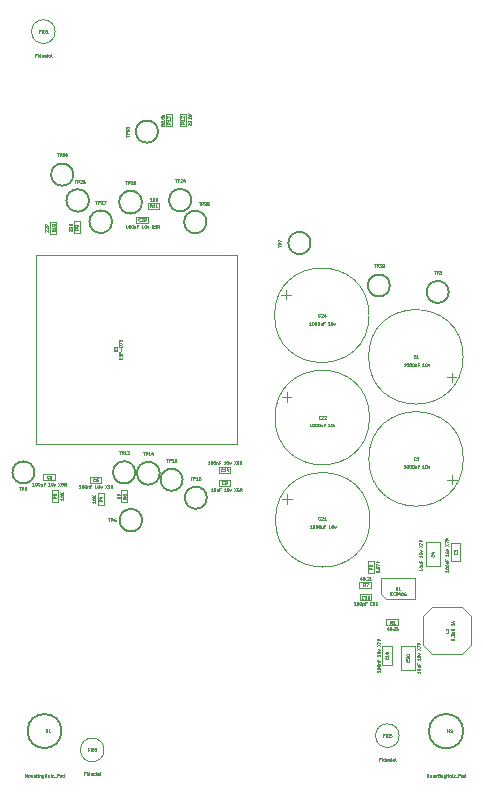
<source format=gbr>
G04 #@! TF.GenerationSoftware,KiCad,Pcbnew,(5.1.10)-1*
G04 #@! TF.CreationDate,2022-01-20T11:02:22+05:30*
G04 #@! TF.ProjectId,P-1000072_Cicada Wi-Fi,502d3130-3030-4303-9732-5f4369636164,0.1*
G04 #@! TF.SameCoordinates,PX7cee6c0PY3dfd240*
G04 #@! TF.FileFunction,Other,Fab,Top*
%FSLAX46Y46*%
G04 Gerber Fmt 4.6, Leading zero omitted, Abs format (unit mm)*
G04 Created by KiCad (PCBNEW (5.1.10)-1) date 2022-01-20 11:02:22*
%MOMM*%
%LPD*%
G01*
G04 APERTURE LIST*
%ADD10C,0.150000*%
%ADD11C,0.100000*%
%ADD12C,0.062500*%
G04 APERTURE END LIST*
D10*
X-15550000Y-57000000D02*
G75*
G03*
X-15550000Y-57000000I-1440694J0D01*
G01*
X18470001Y-57010000D02*
G75*
G03*
X18470001Y-57010000I-1458904J0D01*
G01*
X-7381864Y-6250000D02*
G75*
G03*
X-7381864Y-6250000I-938136J0D01*
G01*
X-14550851Y-9890000D02*
G75*
G03*
X-14550851Y-9890000I-939149J0D01*
G01*
X-13224671Y-12075000D02*
G75*
G03*
X-13224671Y-12075000I-950329J0D01*
G01*
X-11268117Y-13875000D02*
G75*
G03*
X-11268117Y-13875000I-956883J0D01*
G01*
X-8734987Y-12225000D02*
G75*
G03*
X-8734987Y-12225000I-965013J0D01*
G01*
X-4554947Y-12050000D02*
G75*
G03*
X-4554947Y-12050000I-945053J0D01*
G01*
X-3279947Y-13900000D02*
G75*
G03*
X-3279947Y-13900000I-945053J0D01*
G01*
X5538416Y-15675000D02*
G75*
G03*
X5538416Y-15675000I-938416J0D01*
G01*
X12255390Y-19275000D02*
G75*
G03*
X12255390Y-19275000I-930390J0D01*
G01*
X17230054Y-19825000D02*
G75*
G03*
X17230054Y-19825000I-930054J0D01*
G01*
X-3244610Y-37250000D02*
G75*
G03*
X-3244610Y-37250000I-930390J0D01*
G01*
X-5296964Y-35725000D02*
G75*
G03*
X-5296964Y-35725000I-928036J0D01*
G01*
X-7234987Y-35175000D02*
G75*
G03*
X-7234987Y-35175000I-965013J0D01*
G01*
X-9307596Y-35100000D02*
G75*
G03*
X-9307596Y-35100000I-942404J0D01*
G01*
X-17844610Y-35100000D02*
G75*
G03*
X-17844610Y-35100000I-930390J0D01*
G01*
X-8724671Y-39150000D02*
G75*
G03*
X-8724671Y-39150000I-950329J0D01*
G01*
D11*
X-720000Y-16710000D02*
X-720000Y-32710000D01*
X-720000Y-32710000D02*
X-17720000Y-32710000D01*
X-17720000Y-16710000D02*
X-720000Y-16710000D01*
X-17720000Y-32710000D02*
X-17720000Y-16710000D01*
X3503641Y-28309640D02*
X3503641Y-29109640D01*
X3103641Y-28709640D02*
X3903641Y-28709640D01*
X10530400Y-30457140D02*
G75*
G03*
X10530400Y-30457140I-4000000J0D01*
G01*
X3463001Y-19650780D02*
X3463001Y-20450780D01*
X3063001Y-20050780D02*
X3863001Y-20050780D01*
X10489760Y-21798280D02*
G75*
G03*
X10489760Y-21798280I-4000000J0D01*
G01*
X-16490760Y-13891500D02*
X-15990760Y-13891500D01*
X-15990760Y-13891500D02*
X-15990760Y-14891500D01*
X-15990760Y-14891500D02*
X-16490760Y-14891500D01*
X-16490760Y-14891500D02*
X-16490760Y-13891500D01*
X-14501940Y-13856220D02*
X-14001940Y-13856220D01*
X-14001940Y-13856220D02*
X-14001940Y-14856220D01*
X-14001940Y-14856220D02*
X-14501940Y-14856220D01*
X-14501940Y-14856220D02*
X-14501940Y-13856220D01*
X-10468420Y-36632120D02*
X-9968420Y-36632120D01*
X-9968420Y-36632120D02*
X-9968420Y-37632120D01*
X-9968420Y-37632120D02*
X-10468420Y-37632120D01*
X-10468420Y-37632120D02*
X-10468420Y-36632120D01*
X-8254480Y-12297600D02*
X-7254480Y-12297600D01*
X-8254480Y-12797600D02*
X-8254480Y-12297600D01*
X-7254480Y-12797600D02*
X-8254480Y-12797600D01*
X-7254480Y-12297600D02*
X-7254480Y-12797600D01*
X-15871380Y-36589220D02*
X-15871380Y-37589220D01*
X-16371380Y-36589220D02*
X-15871380Y-36589220D01*
X-16371380Y-37589220D02*
X-16371380Y-36589220D01*
X-15871380Y-37589220D02*
X-16371380Y-37589220D01*
X-12475020Y-37853380D02*
X-12475020Y-36853380D01*
X-11975020Y-37853380D02*
X-12475020Y-37853380D01*
X-11975020Y-36853380D02*
X-11975020Y-37853380D01*
X-12475020Y-36853380D02*
X-11975020Y-36853380D01*
X-8224760Y-13960920D02*
X-9224760Y-13960920D01*
X-8224760Y-13460920D02*
X-8224760Y-13960920D01*
X-9224760Y-13460920D02*
X-8224760Y-13460920D01*
X-9224760Y-13960920D02*
X-9224760Y-13460920D01*
X-2245120Y-35718940D02*
X-1245120Y-35718940D01*
X-2245120Y-36218940D02*
X-2245120Y-35718940D01*
X-1245120Y-36218940D02*
X-2245120Y-36218940D01*
X-1245120Y-35718940D02*
X-1245120Y-36218940D01*
X-2245120Y-34647060D02*
X-1245120Y-34647060D01*
X-2245120Y-35147060D02*
X-2245120Y-34647060D01*
X-1245120Y-35147060D02*
X-2245120Y-35147060D01*
X-1245120Y-34647060D02*
X-1245120Y-35147060D01*
X-16101300Y-35756660D02*
X-17101300Y-35756660D01*
X-16101300Y-35256660D02*
X-16101300Y-35756660D01*
X-17101300Y-35256660D02*
X-16101300Y-35256660D01*
X-17101300Y-35756660D02*
X-17101300Y-35256660D01*
X-12169380Y-35997960D02*
X-13169380Y-35997960D01*
X-12169380Y-35497960D02*
X-12169380Y-35997960D01*
X-13169380Y-35497960D02*
X-12169380Y-35497960D01*
X-13169380Y-35997960D02*
X-13169380Y-35497960D01*
X18452540Y-25318720D02*
G75*
G03*
X18452540Y-25318720I-4000000J0D01*
G01*
X17879299Y-27066220D02*
X17079299Y-27066220D01*
X17479299Y-27466220D02*
X17479299Y-26666220D01*
X17499619Y-36109840D02*
X17499619Y-35309840D01*
X17899619Y-35709840D02*
X17099619Y-35709840D01*
X18472860Y-33962340D02*
G75*
G03*
X18472860Y-33962340I-4000000J0D01*
G01*
X15101820Y-47251380D02*
X15101820Y-48501380D01*
X15851820Y-46501380D02*
X15101820Y-47251380D01*
X17101820Y-46501380D02*
X15851820Y-46501380D01*
X15101820Y-49751380D02*
X15101820Y-48501380D01*
X15851820Y-50501380D02*
X15101820Y-49751380D01*
X17101820Y-50501380D02*
X15851820Y-50501380D01*
X19101820Y-49751380D02*
X19101820Y-48501380D01*
X18351820Y-50501380D02*
X19101820Y-49751380D01*
X17101820Y-50501380D02*
X18351820Y-50501380D01*
X19101820Y-47251380D02*
X19101820Y-48501380D01*
X18351820Y-46501380D02*
X19101820Y-47251380D01*
X17101820Y-46501380D02*
X18351820Y-46501380D01*
X11476020Y-44046880D02*
X14376020Y-44046880D01*
X14376020Y-44046880D02*
X14376020Y-45806880D01*
X11926020Y-45806880D02*
X14376020Y-45806880D01*
X11476020Y-44046880D02*
X11476020Y-45356880D01*
X11926020Y-45806880D02*
X11476020Y-45356880D01*
X10905300Y-42613820D02*
X10905300Y-43613820D01*
X10405300Y-42613820D02*
X10905300Y-42613820D01*
X10405300Y-43613820D02*
X10405300Y-42613820D01*
X10905300Y-43613820D02*
X10405300Y-43613820D01*
X10682860Y-44875260D02*
X9682860Y-44875260D01*
X10682860Y-44375260D02*
X10682860Y-44875260D01*
X9682860Y-44375260D02*
X10682860Y-44375260D01*
X9682860Y-44875260D02*
X9682860Y-44375260D01*
X12966460Y-48042640D02*
X11966460Y-48042640D01*
X12966460Y-47542640D02*
X12966460Y-48042640D01*
X11966460Y-47542640D02*
X12966460Y-47542640D01*
X11966460Y-48042640D02*
X11966460Y-47542640D01*
X3539081Y-36968500D02*
X3539081Y-37768500D01*
X3139081Y-37368500D02*
X3939081Y-37368500D01*
X10565840Y-39116000D02*
G75*
G03*
X10565840Y-39116000I-4000000J0D01*
G01*
X14382040Y-49810400D02*
X14382040Y-51810400D01*
X13182040Y-49810400D02*
X14382040Y-49810400D01*
X13182040Y-51810400D02*
X13182040Y-49810400D01*
X14382040Y-51810400D02*
X13182040Y-51810400D01*
X12411660Y-49824640D02*
X12411660Y-51424640D01*
X11611660Y-49824640D02*
X12411660Y-49824640D01*
X11611660Y-51424640D02*
X11611660Y-49824640D01*
X12411660Y-51424640D02*
X11611660Y-51424640D01*
X10693160Y-45929360D02*
X9693160Y-45929360D01*
X10693160Y-45429360D02*
X10693160Y-45929360D01*
X9693160Y-45429360D02*
X10693160Y-45429360D01*
X9693160Y-45929360D02*
X9693160Y-45429360D01*
X15295320Y-43034700D02*
X15295320Y-41034700D01*
X16495320Y-43034700D02*
X15295320Y-43034700D01*
X16495320Y-41034700D02*
X16495320Y-43034700D01*
X15295320Y-41034700D02*
X16495320Y-41034700D01*
X17420640Y-42638880D02*
X17420640Y-41038880D01*
X18220640Y-42638880D02*
X17420640Y-42638880D01*
X18220640Y-41038880D02*
X18220640Y-42638880D01*
X17420640Y-41038880D02*
X18220640Y-41038880D01*
X13040000Y-57390000D02*
G75*
G03*
X13040000Y-57390000I-1000000J0D01*
G01*
X-11948920Y-58592720D02*
G75*
G03*
X-11948920Y-58592720I-1000000J0D01*
G01*
X-16090000Y2220000D02*
G75*
G03*
X-16090000Y2220000I-1000000J0D01*
G01*
X-6227000Y-5773040D02*
X-6727000Y-5773040D01*
X-6727000Y-5773040D02*
X-6727000Y-4773040D01*
X-6727000Y-4773040D02*
X-6227000Y-4773040D01*
X-6227000Y-4773040D02*
X-6227000Y-5773040D01*
X-5028120Y-5760480D02*
X-5528120Y-5760480D01*
X-5528120Y-5760480D02*
X-5528120Y-4760480D01*
X-5528120Y-4760480D02*
X-5028120Y-4760480D01*
X-5028120Y-4760480D02*
X-5028120Y-5760480D01*
D12*
X-10567858Y-25499523D02*
X-10567858Y-25416190D01*
X-10436905Y-25380476D02*
X-10436905Y-25499523D01*
X-10686905Y-25499523D01*
X-10686905Y-25380476D01*
X-10448810Y-25285238D02*
X-10436905Y-25249523D01*
X-10436905Y-25190000D01*
X-10448810Y-25166190D01*
X-10460715Y-25154285D01*
X-10484524Y-25142380D01*
X-10508334Y-25142380D01*
X-10532143Y-25154285D01*
X-10544048Y-25166190D01*
X-10555953Y-25190000D01*
X-10567858Y-25237619D01*
X-10579762Y-25261428D01*
X-10591667Y-25273333D01*
X-10615477Y-25285238D01*
X-10639286Y-25285238D01*
X-10663096Y-25273333D01*
X-10675000Y-25261428D01*
X-10686905Y-25237619D01*
X-10686905Y-25178095D01*
X-10675000Y-25142380D01*
X-10436905Y-25035238D02*
X-10686905Y-25035238D01*
X-10686905Y-24940000D01*
X-10675000Y-24916190D01*
X-10663096Y-24904285D01*
X-10639286Y-24892380D01*
X-10603572Y-24892380D01*
X-10579762Y-24904285D01*
X-10567858Y-24916190D01*
X-10555953Y-24940000D01*
X-10555953Y-25035238D01*
X-10532143Y-24785238D02*
X-10532143Y-24594761D01*
X-10686905Y-24428095D02*
X-10686905Y-24404285D01*
X-10675000Y-24380476D01*
X-10663096Y-24368571D01*
X-10639286Y-24356666D01*
X-10591667Y-24344761D01*
X-10532143Y-24344761D01*
X-10484524Y-24356666D01*
X-10460715Y-24368571D01*
X-10448810Y-24380476D01*
X-10436905Y-24404285D01*
X-10436905Y-24428095D01*
X-10448810Y-24451904D01*
X-10460715Y-24463809D01*
X-10484524Y-24475714D01*
X-10532143Y-24487619D01*
X-10591667Y-24487619D01*
X-10639286Y-24475714D01*
X-10663096Y-24463809D01*
X-10675000Y-24451904D01*
X-10686905Y-24428095D01*
X-10686905Y-24261428D02*
X-10686905Y-24094761D01*
X-10436905Y-24201904D01*
X-10448810Y-24011428D02*
X-10436905Y-23975714D01*
X-10436905Y-23916190D01*
X-10448810Y-23892380D01*
X-10460715Y-23880476D01*
X-10484524Y-23868571D01*
X-10508334Y-23868571D01*
X-10532143Y-23880476D01*
X-10544048Y-23892380D01*
X-10555953Y-23916190D01*
X-10567858Y-23963809D01*
X-10579762Y-23987619D01*
X-10591667Y-23999523D01*
X-10615477Y-24011428D01*
X-10639286Y-24011428D01*
X-10663096Y-23999523D01*
X-10675000Y-23987619D01*
X-10686905Y-23963809D01*
X-10686905Y-23904285D01*
X-10675000Y-23868571D01*
D11*
D12*
X-11106905Y-24850476D02*
X-10904524Y-24850476D01*
X-10880715Y-24838571D01*
X-10868810Y-24826666D01*
X-10856905Y-24802857D01*
X-10856905Y-24755238D01*
X-10868810Y-24731428D01*
X-10880715Y-24719523D01*
X-10904524Y-24707619D01*
X-11106905Y-24707619D01*
X-11106905Y-24612380D02*
X-11106905Y-24457619D01*
X-11011667Y-24540952D01*
X-11011667Y-24505238D01*
X-10999762Y-24481428D01*
X-10987858Y-24469523D01*
X-10964048Y-24457619D01*
X-10904524Y-24457619D01*
X-10880715Y-24469523D01*
X-10868810Y-24481428D01*
X-10856905Y-24505238D01*
X-10856905Y-24576666D01*
X-10868810Y-24600476D01*
X-10880715Y-24612380D01*
D11*
D12*
X5595876Y-31213095D02*
X5453019Y-31213095D01*
X5524447Y-31213095D02*
X5524447Y-30963095D01*
X5500638Y-30998809D01*
X5476828Y-31022619D01*
X5453019Y-31034523D01*
X5750638Y-30963095D02*
X5774447Y-30963095D01*
X5798257Y-30975000D01*
X5810161Y-30986904D01*
X5822066Y-31010714D01*
X5833971Y-31058333D01*
X5833971Y-31117857D01*
X5822066Y-31165476D01*
X5810161Y-31189285D01*
X5798257Y-31201190D01*
X5774447Y-31213095D01*
X5750638Y-31213095D01*
X5726828Y-31201190D01*
X5714923Y-31189285D01*
X5703019Y-31165476D01*
X5691114Y-31117857D01*
X5691114Y-31058333D01*
X5703019Y-31010714D01*
X5714923Y-30986904D01*
X5726828Y-30975000D01*
X5750638Y-30963095D01*
X5988733Y-30963095D02*
X6012542Y-30963095D01*
X6036352Y-30975000D01*
X6048257Y-30986904D01*
X6060161Y-31010714D01*
X6072066Y-31058333D01*
X6072066Y-31117857D01*
X6060161Y-31165476D01*
X6048257Y-31189285D01*
X6036352Y-31201190D01*
X6012542Y-31213095D01*
X5988733Y-31213095D01*
X5964923Y-31201190D01*
X5953019Y-31189285D01*
X5941114Y-31165476D01*
X5929209Y-31117857D01*
X5929209Y-31058333D01*
X5941114Y-31010714D01*
X5953019Y-30986904D01*
X5964923Y-30975000D01*
X5988733Y-30963095D01*
X6226828Y-30963095D02*
X6250638Y-30963095D01*
X6274447Y-30975000D01*
X6286352Y-30986904D01*
X6298257Y-31010714D01*
X6310161Y-31058333D01*
X6310161Y-31117857D01*
X6298257Y-31165476D01*
X6286352Y-31189285D01*
X6274447Y-31201190D01*
X6250638Y-31213095D01*
X6226828Y-31213095D01*
X6203019Y-31201190D01*
X6191114Y-31189285D01*
X6179209Y-31165476D01*
X6167304Y-31117857D01*
X6167304Y-31058333D01*
X6179209Y-31010714D01*
X6191114Y-30986904D01*
X6203019Y-30975000D01*
X6226828Y-30963095D01*
X6524447Y-31046428D02*
X6524447Y-31213095D01*
X6417304Y-31046428D02*
X6417304Y-31177380D01*
X6429209Y-31201190D01*
X6453019Y-31213095D01*
X6488733Y-31213095D01*
X6512542Y-31201190D01*
X6524447Y-31189285D01*
X6726828Y-31082142D02*
X6643495Y-31082142D01*
X6643495Y-31213095D02*
X6643495Y-30963095D01*
X6762542Y-30963095D01*
X7179209Y-31213095D02*
X7036352Y-31213095D01*
X7107780Y-31213095D02*
X7107780Y-30963095D01*
X7083971Y-30998809D01*
X7060161Y-31022619D01*
X7036352Y-31034523D01*
X7333971Y-30963095D02*
X7357780Y-30963095D01*
X7381590Y-30975000D01*
X7393495Y-30986904D01*
X7405400Y-31010714D01*
X7417304Y-31058333D01*
X7417304Y-31117857D01*
X7405400Y-31165476D01*
X7393495Y-31189285D01*
X7381590Y-31201190D01*
X7357780Y-31213095D01*
X7333971Y-31213095D01*
X7310161Y-31201190D01*
X7298257Y-31189285D01*
X7286352Y-31165476D01*
X7274447Y-31117857D01*
X7274447Y-31058333D01*
X7286352Y-31010714D01*
X7298257Y-30986904D01*
X7310161Y-30975000D01*
X7333971Y-30963095D01*
X7500638Y-31046428D02*
X7560161Y-31213095D01*
X7619685Y-31046428D01*
D11*
D12*
X6369685Y-30546425D02*
X6357780Y-30558330D01*
X6322066Y-30570235D01*
X6298257Y-30570235D01*
X6262542Y-30558330D01*
X6238733Y-30534520D01*
X6226828Y-30510711D01*
X6214923Y-30463092D01*
X6214923Y-30427378D01*
X6226828Y-30379759D01*
X6238733Y-30355949D01*
X6262542Y-30332140D01*
X6298257Y-30320235D01*
X6322066Y-30320235D01*
X6357780Y-30332140D01*
X6369685Y-30344044D01*
X6464923Y-30344044D02*
X6476828Y-30332140D01*
X6500638Y-30320235D01*
X6560161Y-30320235D01*
X6583971Y-30332140D01*
X6595876Y-30344044D01*
X6607780Y-30367854D01*
X6607780Y-30391663D01*
X6595876Y-30427378D01*
X6453019Y-30570235D01*
X6607780Y-30570235D01*
X6703019Y-30344044D02*
X6714923Y-30332140D01*
X6738733Y-30320235D01*
X6798257Y-30320235D01*
X6822066Y-30332140D01*
X6833971Y-30344044D01*
X6845876Y-30367854D01*
X6845876Y-30391663D01*
X6833971Y-30427378D01*
X6691114Y-30570235D01*
X6845876Y-30570235D01*
D11*
D12*
X5565476Y-22613095D02*
X5422619Y-22613095D01*
X5494047Y-22613095D02*
X5494047Y-22363095D01*
X5470238Y-22398809D01*
X5446428Y-22422619D01*
X5422619Y-22434523D01*
X5720238Y-22363095D02*
X5744047Y-22363095D01*
X5767857Y-22375000D01*
X5779761Y-22386904D01*
X5791666Y-22410714D01*
X5803571Y-22458333D01*
X5803571Y-22517857D01*
X5791666Y-22565476D01*
X5779761Y-22589285D01*
X5767857Y-22601190D01*
X5744047Y-22613095D01*
X5720238Y-22613095D01*
X5696428Y-22601190D01*
X5684523Y-22589285D01*
X5672619Y-22565476D01*
X5660714Y-22517857D01*
X5660714Y-22458333D01*
X5672619Y-22410714D01*
X5684523Y-22386904D01*
X5696428Y-22375000D01*
X5720238Y-22363095D01*
X5958333Y-22363095D02*
X5982142Y-22363095D01*
X6005952Y-22375000D01*
X6017857Y-22386904D01*
X6029761Y-22410714D01*
X6041666Y-22458333D01*
X6041666Y-22517857D01*
X6029761Y-22565476D01*
X6017857Y-22589285D01*
X6005952Y-22601190D01*
X5982142Y-22613095D01*
X5958333Y-22613095D01*
X5934523Y-22601190D01*
X5922619Y-22589285D01*
X5910714Y-22565476D01*
X5898809Y-22517857D01*
X5898809Y-22458333D01*
X5910714Y-22410714D01*
X5922619Y-22386904D01*
X5934523Y-22375000D01*
X5958333Y-22363095D01*
X6196428Y-22363095D02*
X6220238Y-22363095D01*
X6244047Y-22375000D01*
X6255952Y-22386904D01*
X6267857Y-22410714D01*
X6279761Y-22458333D01*
X6279761Y-22517857D01*
X6267857Y-22565476D01*
X6255952Y-22589285D01*
X6244047Y-22601190D01*
X6220238Y-22613095D01*
X6196428Y-22613095D01*
X6172619Y-22601190D01*
X6160714Y-22589285D01*
X6148809Y-22565476D01*
X6136904Y-22517857D01*
X6136904Y-22458333D01*
X6148809Y-22410714D01*
X6160714Y-22386904D01*
X6172619Y-22375000D01*
X6196428Y-22363095D01*
X6494047Y-22446428D02*
X6494047Y-22613095D01*
X6386904Y-22446428D02*
X6386904Y-22577380D01*
X6398809Y-22601190D01*
X6422619Y-22613095D01*
X6458333Y-22613095D01*
X6482142Y-22601190D01*
X6494047Y-22589285D01*
X6696428Y-22482142D02*
X6613095Y-22482142D01*
X6613095Y-22613095D02*
X6613095Y-22363095D01*
X6732142Y-22363095D01*
X7148809Y-22613095D02*
X7005952Y-22613095D01*
X7077380Y-22613095D02*
X7077380Y-22363095D01*
X7053571Y-22398809D01*
X7029761Y-22422619D01*
X7005952Y-22434523D01*
X7303571Y-22363095D02*
X7327380Y-22363095D01*
X7351190Y-22375000D01*
X7363095Y-22386904D01*
X7375000Y-22410714D01*
X7386904Y-22458333D01*
X7386904Y-22517857D01*
X7375000Y-22565476D01*
X7363095Y-22589285D01*
X7351190Y-22601190D01*
X7327380Y-22613095D01*
X7303571Y-22613095D01*
X7279761Y-22601190D01*
X7267857Y-22589285D01*
X7255952Y-22565476D01*
X7244047Y-22517857D01*
X7244047Y-22458333D01*
X7255952Y-22410714D01*
X7267857Y-22386904D01*
X7279761Y-22375000D01*
X7303571Y-22363095D01*
X7470238Y-22446428D02*
X7529761Y-22613095D01*
X7589285Y-22446428D01*
D11*
D12*
X6329045Y-21887565D02*
X6317140Y-21899470D01*
X6281426Y-21911375D01*
X6257617Y-21911375D01*
X6221902Y-21899470D01*
X6198093Y-21875660D01*
X6186188Y-21851851D01*
X6174283Y-21804232D01*
X6174283Y-21768518D01*
X6186188Y-21720899D01*
X6198093Y-21697089D01*
X6221902Y-21673280D01*
X6257617Y-21661375D01*
X6281426Y-21661375D01*
X6317140Y-21673280D01*
X6329045Y-21685184D01*
X6424283Y-21685184D02*
X6436188Y-21673280D01*
X6459998Y-21661375D01*
X6519521Y-21661375D01*
X6543331Y-21673280D01*
X6555236Y-21685184D01*
X6567140Y-21708994D01*
X6567140Y-21732803D01*
X6555236Y-21768518D01*
X6412379Y-21911375D01*
X6567140Y-21911375D01*
X6781426Y-21744708D02*
X6781426Y-21911375D01*
X6721902Y-21649470D02*
X6662379Y-21828041D01*
X6817140Y-21828041D01*
D11*
D12*
X-16913096Y-14715476D02*
X-16925000Y-14703571D01*
X-16936905Y-14679761D01*
X-16936905Y-14620238D01*
X-16925000Y-14596428D01*
X-16913096Y-14584523D01*
X-16889286Y-14572619D01*
X-16865477Y-14572619D01*
X-16829762Y-14584523D01*
X-16686905Y-14727380D01*
X-16686905Y-14572619D01*
X-16913096Y-14477380D02*
X-16925000Y-14465476D01*
X-16936905Y-14441666D01*
X-16936905Y-14382142D01*
X-16925000Y-14358333D01*
X-16913096Y-14346428D01*
X-16889286Y-14334523D01*
X-16865477Y-14334523D01*
X-16829762Y-14346428D01*
X-16686905Y-14489285D01*
X-16686905Y-14334523D01*
X-16686905Y-14084523D02*
X-16805953Y-14167857D01*
X-16686905Y-14227380D02*
X-16936905Y-14227380D01*
X-16936905Y-14132142D01*
X-16925000Y-14108333D01*
X-16913096Y-14096428D01*
X-16889286Y-14084523D01*
X-16853572Y-14084523D01*
X-16829762Y-14096428D01*
X-16817858Y-14108333D01*
X-16805953Y-14132142D01*
X-16805953Y-14227380D01*
D11*
D12*
X-16127665Y-14552214D02*
X-16246713Y-14635547D01*
X-16127665Y-14695071D02*
X-16377665Y-14695071D01*
X-16377665Y-14599833D01*
X-16365760Y-14576023D01*
X-16353856Y-14564119D01*
X-16330046Y-14552214D01*
X-16294332Y-14552214D01*
X-16270522Y-14564119D01*
X-16258618Y-14576023D01*
X-16246713Y-14599833D01*
X-16246713Y-14695071D01*
X-16127665Y-14314119D02*
X-16127665Y-14456976D01*
X-16127665Y-14385547D02*
X-16377665Y-14385547D01*
X-16341951Y-14409357D01*
X-16318141Y-14433166D01*
X-16306237Y-14456976D01*
X-16377665Y-14159357D02*
X-16377665Y-14135547D01*
X-16365760Y-14111738D01*
X-16353856Y-14099833D01*
X-16330046Y-14087928D01*
X-16282427Y-14076023D01*
X-16222903Y-14076023D01*
X-16175284Y-14087928D01*
X-16151475Y-14099833D01*
X-16139570Y-14111738D01*
X-16127665Y-14135547D01*
X-16127665Y-14159357D01*
X-16139570Y-14183166D01*
X-16151475Y-14195071D01*
X-16175284Y-14206976D01*
X-16222903Y-14218880D01*
X-16282427Y-14218880D01*
X-16330046Y-14206976D01*
X-16353856Y-14195071D01*
X-16365760Y-14183166D01*
X-16377665Y-14159357D01*
D11*
D12*
X-14913096Y-14671696D02*
X-14925000Y-14659791D01*
X-14936905Y-14635981D01*
X-14936905Y-14576458D01*
X-14925000Y-14552648D01*
X-14913096Y-14540743D01*
X-14889286Y-14528839D01*
X-14865477Y-14528839D01*
X-14829762Y-14540743D01*
X-14686905Y-14683600D01*
X-14686905Y-14528839D01*
X-14913096Y-14433600D02*
X-14925000Y-14421696D01*
X-14936905Y-14397886D01*
X-14936905Y-14338362D01*
X-14925000Y-14314553D01*
X-14913096Y-14302648D01*
X-14889286Y-14290743D01*
X-14865477Y-14290743D01*
X-14829762Y-14302648D01*
X-14686905Y-14445505D01*
X-14686905Y-14290743D01*
X-14686905Y-14040743D02*
X-14805953Y-14124077D01*
X-14686905Y-14183600D02*
X-14936905Y-14183600D01*
X-14936905Y-14088362D01*
X-14925000Y-14064553D01*
X-14913096Y-14052648D01*
X-14889286Y-14040743D01*
X-14853572Y-14040743D01*
X-14829762Y-14052648D01*
X-14817858Y-14064553D01*
X-14805953Y-14088362D01*
X-14805953Y-14183600D01*
D11*
D12*
X-14138845Y-14397886D02*
X-14257893Y-14481220D01*
X-14138845Y-14540743D02*
X-14388845Y-14540743D01*
X-14388845Y-14445505D01*
X-14376940Y-14421696D01*
X-14365036Y-14409791D01*
X-14341226Y-14397886D01*
X-14305512Y-14397886D01*
X-14281702Y-14409791D01*
X-14269798Y-14421696D01*
X-14257893Y-14445505D01*
X-14257893Y-14540743D01*
X-14138845Y-14278839D02*
X-14138845Y-14231220D01*
X-14150750Y-14207410D01*
X-14162655Y-14195505D01*
X-14198369Y-14171696D01*
X-14245988Y-14159791D01*
X-14341226Y-14159791D01*
X-14365036Y-14171696D01*
X-14376940Y-14183600D01*
X-14388845Y-14207410D01*
X-14388845Y-14255029D01*
X-14376940Y-14278839D01*
X-14365036Y-14290743D01*
X-14341226Y-14302648D01*
X-14281702Y-14302648D01*
X-14257893Y-14290743D01*
X-14245988Y-14278839D01*
X-14234083Y-14255029D01*
X-14234083Y-14207410D01*
X-14245988Y-14183600D01*
X-14257893Y-14171696D01*
X-14281702Y-14159791D01*
D11*
D12*
X-10836905Y-37236904D02*
X-10836905Y-37213095D01*
X-10825000Y-37189285D01*
X-10813096Y-37177380D01*
X-10789286Y-37165476D01*
X-10741667Y-37153571D01*
X-10682143Y-37153571D01*
X-10634524Y-37165476D01*
X-10610715Y-37177380D01*
X-10598810Y-37189285D01*
X-10586905Y-37213095D01*
X-10586905Y-37236904D01*
X-10598810Y-37260714D01*
X-10610715Y-37272619D01*
X-10634524Y-37284523D01*
X-10682143Y-37296428D01*
X-10741667Y-37296428D01*
X-10789286Y-37284523D01*
X-10813096Y-37272619D01*
X-10825000Y-37260714D01*
X-10836905Y-37236904D01*
X-10586905Y-36903571D02*
X-10705953Y-36986904D01*
X-10586905Y-37046428D02*
X-10836905Y-37046428D01*
X-10836905Y-36951190D01*
X-10825000Y-36927380D01*
X-10813096Y-36915476D01*
X-10789286Y-36903571D01*
X-10753572Y-36903571D01*
X-10729762Y-36915476D01*
X-10717858Y-36927380D01*
X-10705953Y-36951190D01*
X-10705953Y-37046428D01*
D11*
D12*
X-10105325Y-37173786D02*
X-10224373Y-37257120D01*
X-10105325Y-37316643D02*
X-10355325Y-37316643D01*
X-10355325Y-37221405D01*
X-10343420Y-37197596D01*
X-10331516Y-37185691D01*
X-10307706Y-37173786D01*
X-10271992Y-37173786D01*
X-10248182Y-37185691D01*
X-10236278Y-37197596D01*
X-10224373Y-37221405D01*
X-10224373Y-37316643D01*
X-10355325Y-36959500D02*
X-10355325Y-37007120D01*
X-10343420Y-37030929D01*
X-10331516Y-37042834D01*
X-10295801Y-37066643D01*
X-10248182Y-37078548D01*
X-10152944Y-37078548D01*
X-10129135Y-37066643D01*
X-10117230Y-37054739D01*
X-10105325Y-37030929D01*
X-10105325Y-36983310D01*
X-10117230Y-36959500D01*
X-10129135Y-36947596D01*
X-10152944Y-36935691D01*
X-10212468Y-36935691D01*
X-10236278Y-36947596D01*
X-10248182Y-36959500D01*
X-10260087Y-36983310D01*
X-10260087Y-37030929D01*
X-10248182Y-37054739D01*
X-10236278Y-37066643D01*
X-10212468Y-37078548D01*
D11*
D12*
X-7927100Y-12113095D02*
X-8069957Y-12113095D01*
X-7998528Y-12113095D02*
X-7998528Y-11863095D01*
X-8022338Y-11898809D01*
X-8046147Y-11922619D01*
X-8069957Y-11934523D01*
X-7772338Y-11863095D02*
X-7748528Y-11863095D01*
X-7724719Y-11875000D01*
X-7712814Y-11886904D01*
X-7700909Y-11910714D01*
X-7689004Y-11958333D01*
X-7689004Y-12017857D01*
X-7700909Y-12065476D01*
X-7712814Y-12089285D01*
X-7724719Y-12101190D01*
X-7748528Y-12113095D01*
X-7772338Y-12113095D01*
X-7796147Y-12101190D01*
X-7808052Y-12089285D01*
X-7819957Y-12065476D01*
X-7831861Y-12017857D01*
X-7831861Y-11958333D01*
X-7819957Y-11910714D01*
X-7808052Y-11886904D01*
X-7796147Y-11875000D01*
X-7772338Y-11863095D01*
X-7581861Y-12113095D02*
X-7581861Y-11863095D01*
X-7439004Y-12113095D02*
X-7546147Y-11970238D01*
X-7439004Y-11863095D02*
X-7581861Y-12005952D01*
D11*
D12*
X-7915195Y-12660695D02*
X-7998528Y-12541647D01*
X-8058052Y-12660695D02*
X-8058052Y-12410695D01*
X-7962814Y-12410695D01*
X-7939004Y-12422600D01*
X-7927100Y-12434504D01*
X-7915195Y-12458314D01*
X-7915195Y-12494028D01*
X-7927100Y-12517838D01*
X-7939004Y-12529742D01*
X-7962814Y-12541647D01*
X-8058052Y-12541647D01*
X-7677100Y-12660695D02*
X-7819957Y-12660695D01*
X-7748528Y-12660695D02*
X-7748528Y-12410695D01*
X-7772338Y-12446409D01*
X-7796147Y-12470219D01*
X-7819957Y-12482123D01*
X-7439004Y-12660695D02*
X-7581861Y-12660695D01*
X-7510433Y-12660695D02*
X-7510433Y-12410695D01*
X-7534242Y-12446409D01*
X-7558052Y-12470219D01*
X-7581861Y-12482123D01*
D11*
D12*
X-15386905Y-37272619D02*
X-15386905Y-37415476D01*
X-15386905Y-37344047D02*
X-15636905Y-37344047D01*
X-15601191Y-37367857D01*
X-15577381Y-37391666D01*
X-15565477Y-37415476D01*
X-15636905Y-37117857D02*
X-15636905Y-37094047D01*
X-15625000Y-37070238D01*
X-15613096Y-37058333D01*
X-15589286Y-37046428D01*
X-15541667Y-37034523D01*
X-15482143Y-37034523D01*
X-15434524Y-37046428D01*
X-15410715Y-37058333D01*
X-15398810Y-37070238D01*
X-15386905Y-37094047D01*
X-15386905Y-37117857D01*
X-15398810Y-37141666D01*
X-15410715Y-37153571D01*
X-15434524Y-37165476D01*
X-15482143Y-37177380D01*
X-15541667Y-37177380D01*
X-15589286Y-37165476D01*
X-15613096Y-37153571D01*
X-15625000Y-37141666D01*
X-15636905Y-37117857D01*
X-15386905Y-36927380D02*
X-15636905Y-36927380D01*
X-15386905Y-36784523D02*
X-15529762Y-36891666D01*
X-15636905Y-36784523D02*
X-15494048Y-36927380D01*
D11*
D12*
X-16008285Y-37130886D02*
X-16127333Y-37214220D01*
X-16008285Y-37273743D02*
X-16258285Y-37273743D01*
X-16258285Y-37178505D01*
X-16246380Y-37154696D01*
X-16234476Y-37142791D01*
X-16210666Y-37130886D01*
X-16174952Y-37130886D01*
X-16151142Y-37142791D01*
X-16139238Y-37154696D01*
X-16127333Y-37178505D01*
X-16127333Y-37273743D01*
X-16258285Y-36904696D02*
X-16258285Y-37023743D01*
X-16139238Y-37035648D01*
X-16151142Y-37023743D01*
X-16163047Y-36999934D01*
X-16163047Y-36940410D01*
X-16151142Y-36916600D01*
X-16139238Y-36904696D01*
X-16115428Y-36892791D01*
X-16055904Y-36892791D01*
X-16032095Y-36904696D01*
X-16020190Y-36916600D01*
X-16008285Y-36940410D01*
X-16008285Y-36999934D01*
X-16020190Y-37023743D01*
X-16032095Y-37035648D01*
D11*
D12*
X-12686905Y-37525999D02*
X-12686905Y-37668856D01*
X-12686905Y-37597427D02*
X-12936905Y-37597427D01*
X-12901191Y-37621237D01*
X-12877381Y-37645046D01*
X-12865477Y-37668856D01*
X-12936905Y-37371237D02*
X-12936905Y-37347427D01*
X-12925000Y-37323618D01*
X-12913096Y-37311713D01*
X-12889286Y-37299808D01*
X-12841667Y-37287903D01*
X-12782143Y-37287903D01*
X-12734524Y-37299808D01*
X-12710715Y-37311713D01*
X-12698810Y-37323618D01*
X-12686905Y-37347427D01*
X-12686905Y-37371237D01*
X-12698810Y-37395046D01*
X-12710715Y-37406951D01*
X-12734524Y-37418856D01*
X-12782143Y-37430760D01*
X-12841667Y-37430760D01*
X-12889286Y-37418856D01*
X-12913096Y-37406951D01*
X-12925000Y-37395046D01*
X-12936905Y-37371237D01*
X-12686905Y-37180760D02*
X-12936905Y-37180760D01*
X-12686905Y-37037903D02*
X-12829762Y-37145046D01*
X-12936905Y-37037903D02*
X-12794048Y-37180760D01*
D11*
D12*
X-12111925Y-37395046D02*
X-12230973Y-37478380D01*
X-12111925Y-37537903D02*
X-12361925Y-37537903D01*
X-12361925Y-37442665D01*
X-12350020Y-37418856D01*
X-12338116Y-37406951D01*
X-12314306Y-37395046D01*
X-12278592Y-37395046D01*
X-12254782Y-37406951D01*
X-12242878Y-37418856D01*
X-12230973Y-37442665D01*
X-12230973Y-37537903D01*
X-12278592Y-37180760D02*
X-12111925Y-37180760D01*
X-12373830Y-37240284D02*
X-12195259Y-37299808D01*
X-12195259Y-37145046D01*
D11*
D12*
X-9973810Y-14413095D02*
X-10116667Y-14413095D01*
X-10045239Y-14413095D02*
X-10045239Y-14163095D01*
X-10069048Y-14198809D01*
X-10092858Y-14222619D01*
X-10116667Y-14234523D01*
X-9819048Y-14163095D02*
X-9795239Y-14163095D01*
X-9771429Y-14175000D01*
X-9759524Y-14186904D01*
X-9747620Y-14210714D01*
X-9735715Y-14258333D01*
X-9735715Y-14317857D01*
X-9747620Y-14365476D01*
X-9759524Y-14389285D01*
X-9771429Y-14401190D01*
X-9795239Y-14413095D01*
X-9819048Y-14413095D01*
X-9842858Y-14401190D01*
X-9854762Y-14389285D01*
X-9866667Y-14365476D01*
X-9878572Y-14317857D01*
X-9878572Y-14258333D01*
X-9866667Y-14210714D01*
X-9854762Y-14186904D01*
X-9842858Y-14175000D01*
X-9819048Y-14163095D01*
X-9580953Y-14163095D02*
X-9557143Y-14163095D01*
X-9533334Y-14175000D01*
X-9521429Y-14186904D01*
X-9509524Y-14210714D01*
X-9497620Y-14258333D01*
X-9497620Y-14317857D01*
X-9509524Y-14365476D01*
X-9521429Y-14389285D01*
X-9533334Y-14401190D01*
X-9557143Y-14413095D01*
X-9580953Y-14413095D01*
X-9604762Y-14401190D01*
X-9616667Y-14389285D01*
X-9628572Y-14365476D01*
X-9640477Y-14317857D01*
X-9640477Y-14258333D01*
X-9628572Y-14210714D01*
X-9616667Y-14186904D01*
X-9604762Y-14175000D01*
X-9580953Y-14163095D01*
X-9390477Y-14246428D02*
X-9390477Y-14413095D01*
X-9390477Y-14270238D02*
X-9378572Y-14258333D01*
X-9354762Y-14246428D01*
X-9319048Y-14246428D01*
X-9295239Y-14258333D01*
X-9283334Y-14282142D01*
X-9283334Y-14413095D01*
X-9080953Y-14282142D02*
X-9164286Y-14282142D01*
X-9164286Y-14413095D02*
X-9164286Y-14163095D01*
X-9045239Y-14163095D01*
X-8628572Y-14413095D02*
X-8771429Y-14413095D01*
X-8700000Y-14413095D02*
X-8700000Y-14163095D01*
X-8723810Y-14198809D01*
X-8747620Y-14222619D01*
X-8771429Y-14234523D01*
X-8473810Y-14163095D02*
X-8450000Y-14163095D01*
X-8426191Y-14175000D01*
X-8414286Y-14186904D01*
X-8402381Y-14210714D01*
X-8390477Y-14258333D01*
X-8390477Y-14317857D01*
X-8402381Y-14365476D01*
X-8414286Y-14389285D01*
X-8426191Y-14401190D01*
X-8450000Y-14413095D01*
X-8473810Y-14413095D01*
X-8497620Y-14401190D01*
X-8509524Y-14389285D01*
X-8521429Y-14365476D01*
X-8533334Y-14317857D01*
X-8533334Y-14258333D01*
X-8521429Y-14210714D01*
X-8509524Y-14186904D01*
X-8497620Y-14175000D01*
X-8473810Y-14163095D01*
X-8307143Y-14246428D02*
X-8247620Y-14413095D01*
X-8188096Y-14246428D01*
X-7926191Y-14163095D02*
X-7759524Y-14413095D01*
X-7759524Y-14163095D02*
X-7926191Y-14413095D01*
X-7545239Y-14163095D02*
X-7664286Y-14163095D01*
X-7676191Y-14282142D01*
X-7664286Y-14270238D01*
X-7640477Y-14258333D01*
X-7580953Y-14258333D01*
X-7557143Y-14270238D01*
X-7545239Y-14282142D01*
X-7533334Y-14305952D01*
X-7533334Y-14365476D01*
X-7545239Y-14389285D01*
X-7557143Y-14401190D01*
X-7580953Y-14413095D01*
X-7640477Y-14413095D01*
X-7664286Y-14401190D01*
X-7676191Y-14389285D01*
X-7283334Y-14413095D02*
X-7366667Y-14294047D01*
X-7426191Y-14413095D02*
X-7426191Y-14163095D01*
X-7330953Y-14163095D01*
X-7307143Y-14175000D01*
X-7295239Y-14186904D01*
X-7283334Y-14210714D01*
X-7283334Y-14246428D01*
X-7295239Y-14270238D01*
X-7307143Y-14282142D01*
X-7330953Y-14294047D01*
X-7426191Y-14294047D01*
D11*
D12*
X-8885475Y-13800205D02*
X-8897380Y-13812110D01*
X-8933094Y-13824015D01*
X-8956903Y-13824015D01*
X-8992618Y-13812110D01*
X-9016427Y-13788300D01*
X-9028332Y-13764491D01*
X-9040237Y-13716872D01*
X-9040237Y-13681158D01*
X-9028332Y-13633539D01*
X-9016427Y-13609729D01*
X-8992618Y-13585920D01*
X-8956903Y-13574015D01*
X-8933094Y-13574015D01*
X-8897380Y-13585920D01*
X-8885475Y-13597824D01*
X-8790237Y-13597824D02*
X-8778332Y-13585920D01*
X-8754522Y-13574015D01*
X-8694999Y-13574015D01*
X-8671189Y-13585920D01*
X-8659284Y-13597824D01*
X-8647380Y-13621634D01*
X-8647380Y-13645443D01*
X-8659284Y-13681158D01*
X-8802141Y-13824015D01*
X-8647380Y-13824015D01*
X-8528332Y-13824015D02*
X-8480713Y-13824015D01*
X-8456903Y-13812110D01*
X-8444999Y-13800205D01*
X-8421189Y-13764491D01*
X-8409284Y-13716872D01*
X-8409284Y-13621634D01*
X-8421189Y-13597824D01*
X-8433094Y-13585920D01*
X-8456903Y-13574015D01*
X-8504522Y-13574015D01*
X-8528332Y-13585920D01*
X-8540237Y-13597824D01*
X-8552141Y-13621634D01*
X-8552141Y-13681158D01*
X-8540237Y-13704967D01*
X-8528332Y-13716872D01*
X-8504522Y-13728777D01*
X-8456903Y-13728777D01*
X-8433094Y-13716872D01*
X-8421189Y-13704967D01*
X-8409284Y-13681158D01*
D11*
D12*
X-2754762Y-36713095D02*
X-2897620Y-36713095D01*
X-2826191Y-36713095D02*
X-2826191Y-36463095D01*
X-2850000Y-36498809D01*
X-2873810Y-36522619D01*
X-2897620Y-36534523D01*
X-2600000Y-36463095D02*
X-2576191Y-36463095D01*
X-2552381Y-36475000D01*
X-2540477Y-36486904D01*
X-2528572Y-36510714D01*
X-2516667Y-36558333D01*
X-2516667Y-36617857D01*
X-2528572Y-36665476D01*
X-2540477Y-36689285D01*
X-2552381Y-36701190D01*
X-2576191Y-36713095D01*
X-2600000Y-36713095D01*
X-2623810Y-36701190D01*
X-2635715Y-36689285D01*
X-2647620Y-36665476D01*
X-2659524Y-36617857D01*
X-2659524Y-36558333D01*
X-2647620Y-36510714D01*
X-2635715Y-36486904D01*
X-2623810Y-36475000D01*
X-2600000Y-36463095D01*
X-2302381Y-36546428D02*
X-2302381Y-36713095D01*
X-2409524Y-36546428D02*
X-2409524Y-36677380D01*
X-2397620Y-36701190D01*
X-2373810Y-36713095D01*
X-2338096Y-36713095D01*
X-2314286Y-36701190D01*
X-2302381Y-36689285D01*
X-2100000Y-36582142D02*
X-2183334Y-36582142D01*
X-2183334Y-36713095D02*
X-2183334Y-36463095D01*
X-2064286Y-36463095D01*
X-1647620Y-36713095D02*
X-1790477Y-36713095D01*
X-1719048Y-36713095D02*
X-1719048Y-36463095D01*
X-1742858Y-36498809D01*
X-1766667Y-36522619D01*
X-1790477Y-36534523D01*
X-1492858Y-36463095D02*
X-1469048Y-36463095D01*
X-1445239Y-36475000D01*
X-1433334Y-36486904D01*
X-1421429Y-36510714D01*
X-1409524Y-36558333D01*
X-1409524Y-36617857D01*
X-1421429Y-36665476D01*
X-1433334Y-36689285D01*
X-1445239Y-36701190D01*
X-1469048Y-36713095D01*
X-1492858Y-36713095D01*
X-1516667Y-36701190D01*
X-1528572Y-36689285D01*
X-1540477Y-36665476D01*
X-1552381Y-36617857D01*
X-1552381Y-36558333D01*
X-1540477Y-36510714D01*
X-1528572Y-36486904D01*
X-1516667Y-36475000D01*
X-1492858Y-36463095D01*
X-1326191Y-36546428D02*
X-1266667Y-36713095D01*
X-1207143Y-36546428D01*
X-945239Y-36463095D02*
X-778572Y-36713095D01*
X-778572Y-36463095D02*
X-945239Y-36713095D01*
X-564286Y-36463095D02*
X-683334Y-36463095D01*
X-695239Y-36582142D01*
X-683334Y-36570238D01*
X-659524Y-36558333D01*
X-600000Y-36558333D01*
X-576191Y-36570238D01*
X-564286Y-36582142D01*
X-552381Y-36605952D01*
X-552381Y-36665476D01*
X-564286Y-36689285D01*
X-576191Y-36701190D01*
X-600000Y-36713095D01*
X-659524Y-36713095D01*
X-683334Y-36701190D01*
X-695239Y-36689285D01*
X-302381Y-36713095D02*
X-385715Y-36594047D01*
X-445239Y-36713095D02*
X-445239Y-36463095D01*
X-350000Y-36463095D01*
X-326191Y-36475000D01*
X-314286Y-36486904D01*
X-302381Y-36510714D01*
X-302381Y-36546428D01*
X-314286Y-36570238D01*
X-326191Y-36582142D01*
X-350000Y-36594047D01*
X-445239Y-36594047D01*
D11*
D12*
X-1786787Y-36058225D02*
X-1798692Y-36070130D01*
X-1834406Y-36082035D01*
X-1858216Y-36082035D01*
X-1893930Y-36070130D01*
X-1917740Y-36046320D01*
X-1929644Y-36022511D01*
X-1941549Y-35974892D01*
X-1941549Y-35939178D01*
X-1929644Y-35891559D01*
X-1917740Y-35867749D01*
X-1893930Y-35843940D01*
X-1858216Y-35832035D01*
X-1834406Y-35832035D01*
X-1798692Y-35843940D01*
X-1786787Y-35855844D01*
X-1667740Y-36082035D02*
X-1620120Y-36082035D01*
X-1596311Y-36070130D01*
X-1584406Y-36058225D01*
X-1560597Y-36022511D01*
X-1548692Y-35974892D01*
X-1548692Y-35879654D01*
X-1560597Y-35855844D01*
X-1572501Y-35843940D01*
X-1596311Y-35832035D01*
X-1643930Y-35832035D01*
X-1667740Y-35843940D01*
X-1679644Y-35855844D01*
X-1691549Y-35879654D01*
X-1691549Y-35939178D01*
X-1679644Y-35962987D01*
X-1667740Y-35974892D01*
X-1643930Y-35986797D01*
X-1596311Y-35986797D01*
X-1572501Y-35974892D01*
X-1560597Y-35962987D01*
X-1548692Y-35939178D01*
D11*
D12*
X-3018930Y-34413095D02*
X-3161787Y-34413095D01*
X-3090359Y-34413095D02*
X-3090359Y-34163095D01*
X-3114168Y-34198809D01*
X-3137978Y-34222619D01*
X-3161787Y-34234523D01*
X-2864168Y-34163095D02*
X-2840359Y-34163095D01*
X-2816549Y-34175000D01*
X-2804644Y-34186904D01*
X-2792740Y-34210714D01*
X-2780835Y-34258333D01*
X-2780835Y-34317857D01*
X-2792740Y-34365476D01*
X-2804644Y-34389285D01*
X-2816549Y-34401190D01*
X-2840359Y-34413095D01*
X-2864168Y-34413095D01*
X-2887978Y-34401190D01*
X-2899882Y-34389285D01*
X-2911787Y-34365476D01*
X-2923692Y-34317857D01*
X-2923692Y-34258333D01*
X-2911787Y-34210714D01*
X-2899882Y-34186904D01*
X-2887978Y-34175000D01*
X-2864168Y-34163095D01*
X-2626073Y-34163095D02*
X-2602263Y-34163095D01*
X-2578454Y-34175000D01*
X-2566549Y-34186904D01*
X-2554644Y-34210714D01*
X-2542740Y-34258333D01*
X-2542740Y-34317857D01*
X-2554644Y-34365476D01*
X-2566549Y-34389285D01*
X-2578454Y-34401190D01*
X-2602263Y-34413095D01*
X-2626073Y-34413095D01*
X-2649882Y-34401190D01*
X-2661787Y-34389285D01*
X-2673692Y-34365476D01*
X-2685597Y-34317857D01*
X-2685597Y-34258333D01*
X-2673692Y-34210714D01*
X-2661787Y-34186904D01*
X-2649882Y-34175000D01*
X-2626073Y-34163095D01*
X-2435597Y-34246428D02*
X-2435597Y-34413095D01*
X-2435597Y-34270238D02*
X-2423692Y-34258333D01*
X-2399882Y-34246428D01*
X-2364168Y-34246428D01*
X-2340359Y-34258333D01*
X-2328454Y-34282142D01*
X-2328454Y-34413095D01*
X-2126073Y-34282142D02*
X-2209406Y-34282142D01*
X-2209406Y-34413095D02*
X-2209406Y-34163095D01*
X-2090359Y-34163095D01*
X-1673692Y-34413095D02*
X-1816549Y-34413095D01*
X-1745120Y-34413095D02*
X-1745120Y-34163095D01*
X-1768930Y-34198809D01*
X-1792740Y-34222619D01*
X-1816549Y-34234523D01*
X-1518930Y-34163095D02*
X-1495120Y-34163095D01*
X-1471311Y-34175000D01*
X-1459406Y-34186904D01*
X-1447501Y-34210714D01*
X-1435597Y-34258333D01*
X-1435597Y-34317857D01*
X-1447501Y-34365476D01*
X-1459406Y-34389285D01*
X-1471311Y-34401190D01*
X-1495120Y-34413095D01*
X-1518930Y-34413095D01*
X-1542740Y-34401190D01*
X-1554644Y-34389285D01*
X-1566549Y-34365476D01*
X-1578454Y-34317857D01*
X-1578454Y-34258333D01*
X-1566549Y-34210714D01*
X-1554644Y-34186904D01*
X-1542740Y-34175000D01*
X-1518930Y-34163095D01*
X-1352263Y-34246428D02*
X-1292740Y-34413095D01*
X-1233216Y-34246428D01*
X-971311Y-34163095D02*
X-804644Y-34413095D01*
X-804644Y-34163095D02*
X-971311Y-34413095D01*
X-590359Y-34163095D02*
X-709406Y-34163095D01*
X-721311Y-34282142D01*
X-709406Y-34270238D01*
X-685597Y-34258333D01*
X-626073Y-34258333D01*
X-602263Y-34270238D01*
X-590359Y-34282142D01*
X-578454Y-34305952D01*
X-578454Y-34365476D01*
X-590359Y-34389285D01*
X-602263Y-34401190D01*
X-626073Y-34413095D01*
X-685597Y-34413095D01*
X-709406Y-34401190D01*
X-721311Y-34389285D01*
X-328454Y-34413095D02*
X-411787Y-34294047D01*
X-471311Y-34413095D02*
X-471311Y-34163095D01*
X-376073Y-34163095D01*
X-352263Y-34175000D01*
X-340359Y-34186904D01*
X-328454Y-34210714D01*
X-328454Y-34246428D01*
X-340359Y-34270238D01*
X-352263Y-34282142D01*
X-376073Y-34294047D01*
X-471311Y-34294047D01*
D11*
D12*
X-1905835Y-34986345D02*
X-1917740Y-34998250D01*
X-1953454Y-35010155D01*
X-1977263Y-35010155D01*
X-2012978Y-34998250D01*
X-2036787Y-34974440D01*
X-2048692Y-34950631D01*
X-2060597Y-34903012D01*
X-2060597Y-34867298D01*
X-2048692Y-34819679D01*
X-2036787Y-34795869D01*
X-2012978Y-34772060D01*
X-1977263Y-34760155D01*
X-1953454Y-34760155D01*
X-1917740Y-34772060D01*
X-1905835Y-34783964D01*
X-1667740Y-35010155D02*
X-1810597Y-35010155D01*
X-1739168Y-35010155D02*
X-1739168Y-34760155D01*
X-1762978Y-34795869D01*
X-1786787Y-34819679D01*
X-1810597Y-34831583D01*
X-1453454Y-34843488D02*
X-1453454Y-35010155D01*
X-1512978Y-34748250D02*
X-1572501Y-34926821D01*
X-1417740Y-34926821D01*
D11*
D12*
X-17875110Y-36213095D02*
X-18017967Y-36213095D01*
X-17946539Y-36213095D02*
X-17946539Y-35963095D01*
X-17970348Y-35998809D01*
X-17994158Y-36022619D01*
X-18017967Y-36034523D01*
X-17720348Y-35963095D02*
X-17696539Y-35963095D01*
X-17672729Y-35975000D01*
X-17660824Y-35986904D01*
X-17648920Y-36010714D01*
X-17637015Y-36058333D01*
X-17637015Y-36117857D01*
X-17648920Y-36165476D01*
X-17660824Y-36189285D01*
X-17672729Y-36201190D01*
X-17696539Y-36213095D01*
X-17720348Y-36213095D01*
X-17744158Y-36201190D01*
X-17756062Y-36189285D01*
X-17767967Y-36165476D01*
X-17779872Y-36117857D01*
X-17779872Y-36058333D01*
X-17767967Y-36010714D01*
X-17756062Y-35986904D01*
X-17744158Y-35975000D01*
X-17720348Y-35963095D01*
X-17482253Y-35963095D02*
X-17458443Y-35963095D01*
X-17434634Y-35975000D01*
X-17422729Y-35986904D01*
X-17410824Y-36010714D01*
X-17398920Y-36058333D01*
X-17398920Y-36117857D01*
X-17410824Y-36165476D01*
X-17422729Y-36189285D01*
X-17434634Y-36201190D01*
X-17458443Y-36213095D01*
X-17482253Y-36213095D01*
X-17506062Y-36201190D01*
X-17517967Y-36189285D01*
X-17529872Y-36165476D01*
X-17541777Y-36117857D01*
X-17541777Y-36058333D01*
X-17529872Y-36010714D01*
X-17517967Y-35986904D01*
X-17506062Y-35975000D01*
X-17482253Y-35963095D01*
X-17291777Y-36046428D02*
X-17291777Y-36213095D01*
X-17291777Y-36070238D02*
X-17279872Y-36058333D01*
X-17256062Y-36046428D01*
X-17220348Y-36046428D01*
X-17196539Y-36058333D01*
X-17184634Y-36082142D01*
X-17184634Y-36213095D01*
X-16982253Y-36082142D02*
X-17065586Y-36082142D01*
X-17065586Y-36213095D02*
X-17065586Y-35963095D01*
X-16946539Y-35963095D01*
X-16529872Y-36213095D02*
X-16672729Y-36213095D01*
X-16601300Y-36213095D02*
X-16601300Y-35963095D01*
X-16625110Y-35998809D01*
X-16648920Y-36022619D01*
X-16672729Y-36034523D01*
X-16375110Y-35963095D02*
X-16351300Y-35963095D01*
X-16327491Y-35975000D01*
X-16315586Y-35986904D01*
X-16303681Y-36010714D01*
X-16291777Y-36058333D01*
X-16291777Y-36117857D01*
X-16303681Y-36165476D01*
X-16315586Y-36189285D01*
X-16327491Y-36201190D01*
X-16351300Y-36213095D01*
X-16375110Y-36213095D01*
X-16398920Y-36201190D01*
X-16410824Y-36189285D01*
X-16422729Y-36165476D01*
X-16434634Y-36117857D01*
X-16434634Y-36058333D01*
X-16422729Y-36010714D01*
X-16410824Y-35986904D01*
X-16398920Y-35975000D01*
X-16375110Y-35963095D01*
X-16208443Y-36046428D02*
X-16148920Y-36213095D01*
X-16089396Y-36046428D01*
X-15827491Y-35963095D02*
X-15660824Y-36213095D01*
X-15660824Y-35963095D02*
X-15827491Y-36213095D01*
X-15446539Y-35963095D02*
X-15565586Y-35963095D01*
X-15577491Y-36082142D01*
X-15565586Y-36070238D01*
X-15541777Y-36058333D01*
X-15482253Y-36058333D01*
X-15458443Y-36070238D01*
X-15446539Y-36082142D01*
X-15434634Y-36105952D01*
X-15434634Y-36165476D01*
X-15446539Y-36189285D01*
X-15458443Y-36201190D01*
X-15482253Y-36213095D01*
X-15541777Y-36213095D01*
X-15565586Y-36201190D01*
X-15577491Y-36189285D01*
X-15184634Y-36213095D02*
X-15267967Y-36094047D01*
X-15327491Y-36213095D02*
X-15327491Y-35963095D01*
X-15232253Y-35963095D01*
X-15208443Y-35975000D01*
X-15196539Y-35986904D01*
X-15184634Y-36010714D01*
X-15184634Y-36046428D01*
X-15196539Y-36070238D01*
X-15208443Y-36082142D01*
X-15232253Y-36094047D01*
X-15327491Y-36094047D01*
D11*
D12*
X-16642967Y-35595945D02*
X-16654872Y-35607850D01*
X-16690586Y-35619755D01*
X-16714396Y-35619755D01*
X-16750110Y-35607850D01*
X-16773920Y-35584040D01*
X-16785824Y-35560231D01*
X-16797729Y-35512612D01*
X-16797729Y-35476898D01*
X-16785824Y-35429279D01*
X-16773920Y-35405469D01*
X-16750110Y-35381660D01*
X-16714396Y-35369755D01*
X-16690586Y-35369755D01*
X-16654872Y-35381660D01*
X-16642967Y-35393564D01*
X-16500110Y-35476898D02*
X-16523920Y-35464993D01*
X-16535824Y-35453088D01*
X-16547729Y-35429279D01*
X-16547729Y-35417374D01*
X-16535824Y-35393564D01*
X-16523920Y-35381660D01*
X-16500110Y-35369755D01*
X-16452491Y-35369755D01*
X-16428681Y-35381660D01*
X-16416777Y-35393564D01*
X-16404872Y-35417374D01*
X-16404872Y-35429279D01*
X-16416777Y-35453088D01*
X-16428681Y-35464993D01*
X-16452491Y-35476898D01*
X-16500110Y-35476898D01*
X-16523920Y-35488802D01*
X-16535824Y-35500707D01*
X-16547729Y-35524517D01*
X-16547729Y-35572136D01*
X-16535824Y-35595945D01*
X-16523920Y-35607850D01*
X-16500110Y-35619755D01*
X-16452491Y-35619755D01*
X-16428681Y-35607850D01*
X-16416777Y-35595945D01*
X-16404872Y-35572136D01*
X-16404872Y-35524517D01*
X-16416777Y-35500707D01*
X-16428681Y-35488802D01*
X-16452491Y-35476898D01*
D11*
D12*
X-13943190Y-36413095D02*
X-14086047Y-36413095D01*
X-14014619Y-36413095D02*
X-14014619Y-36163095D01*
X-14038428Y-36198809D01*
X-14062238Y-36222619D01*
X-14086047Y-36234523D01*
X-13788428Y-36163095D02*
X-13764619Y-36163095D01*
X-13740809Y-36175000D01*
X-13728904Y-36186904D01*
X-13717000Y-36210714D01*
X-13705095Y-36258333D01*
X-13705095Y-36317857D01*
X-13717000Y-36365476D01*
X-13728904Y-36389285D01*
X-13740809Y-36401190D01*
X-13764619Y-36413095D01*
X-13788428Y-36413095D01*
X-13812238Y-36401190D01*
X-13824142Y-36389285D01*
X-13836047Y-36365476D01*
X-13847952Y-36317857D01*
X-13847952Y-36258333D01*
X-13836047Y-36210714D01*
X-13824142Y-36186904D01*
X-13812238Y-36175000D01*
X-13788428Y-36163095D01*
X-13550333Y-36163095D02*
X-13526523Y-36163095D01*
X-13502714Y-36175000D01*
X-13490809Y-36186904D01*
X-13478904Y-36210714D01*
X-13467000Y-36258333D01*
X-13467000Y-36317857D01*
X-13478904Y-36365476D01*
X-13490809Y-36389285D01*
X-13502714Y-36401190D01*
X-13526523Y-36413095D01*
X-13550333Y-36413095D01*
X-13574142Y-36401190D01*
X-13586047Y-36389285D01*
X-13597952Y-36365476D01*
X-13609857Y-36317857D01*
X-13609857Y-36258333D01*
X-13597952Y-36210714D01*
X-13586047Y-36186904D01*
X-13574142Y-36175000D01*
X-13550333Y-36163095D01*
X-13359857Y-36246428D02*
X-13359857Y-36413095D01*
X-13359857Y-36270238D02*
X-13347952Y-36258333D01*
X-13324142Y-36246428D01*
X-13288428Y-36246428D01*
X-13264619Y-36258333D01*
X-13252714Y-36282142D01*
X-13252714Y-36413095D01*
X-13050333Y-36282142D02*
X-13133666Y-36282142D01*
X-13133666Y-36413095D02*
X-13133666Y-36163095D01*
X-13014619Y-36163095D01*
X-12597952Y-36413095D02*
X-12740809Y-36413095D01*
X-12669380Y-36413095D02*
X-12669380Y-36163095D01*
X-12693190Y-36198809D01*
X-12717000Y-36222619D01*
X-12740809Y-36234523D01*
X-12443190Y-36163095D02*
X-12419380Y-36163095D01*
X-12395571Y-36175000D01*
X-12383666Y-36186904D01*
X-12371761Y-36210714D01*
X-12359857Y-36258333D01*
X-12359857Y-36317857D01*
X-12371761Y-36365476D01*
X-12383666Y-36389285D01*
X-12395571Y-36401190D01*
X-12419380Y-36413095D01*
X-12443190Y-36413095D01*
X-12467000Y-36401190D01*
X-12478904Y-36389285D01*
X-12490809Y-36365476D01*
X-12502714Y-36317857D01*
X-12502714Y-36258333D01*
X-12490809Y-36210714D01*
X-12478904Y-36186904D01*
X-12467000Y-36175000D01*
X-12443190Y-36163095D01*
X-12276523Y-36246428D02*
X-12217000Y-36413095D01*
X-12157476Y-36246428D01*
X-11895571Y-36163095D02*
X-11728904Y-36413095D01*
X-11728904Y-36163095D02*
X-11895571Y-36413095D01*
X-11514619Y-36163095D02*
X-11633666Y-36163095D01*
X-11645571Y-36282142D01*
X-11633666Y-36270238D01*
X-11609857Y-36258333D01*
X-11550333Y-36258333D01*
X-11526523Y-36270238D01*
X-11514619Y-36282142D01*
X-11502714Y-36305952D01*
X-11502714Y-36365476D01*
X-11514619Y-36389285D01*
X-11526523Y-36401190D01*
X-11550333Y-36413095D01*
X-11609857Y-36413095D01*
X-11633666Y-36401190D01*
X-11645571Y-36389285D01*
X-11252714Y-36413095D02*
X-11336047Y-36294047D01*
X-11395571Y-36413095D02*
X-11395571Y-36163095D01*
X-11300333Y-36163095D01*
X-11276523Y-36175000D01*
X-11264619Y-36186904D01*
X-11252714Y-36210714D01*
X-11252714Y-36246428D01*
X-11264619Y-36270238D01*
X-11276523Y-36282142D01*
X-11300333Y-36294047D01*
X-11395571Y-36294047D01*
D11*
D12*
X-12711047Y-35837245D02*
X-12722952Y-35849150D01*
X-12758666Y-35861055D01*
X-12782476Y-35861055D01*
X-12818190Y-35849150D01*
X-12842000Y-35825340D01*
X-12853904Y-35801531D01*
X-12865809Y-35753912D01*
X-12865809Y-35718198D01*
X-12853904Y-35670579D01*
X-12842000Y-35646769D01*
X-12818190Y-35622960D01*
X-12782476Y-35611055D01*
X-12758666Y-35611055D01*
X-12722952Y-35622960D01*
X-12711047Y-35634864D01*
X-12496761Y-35611055D02*
X-12544380Y-35611055D01*
X-12568190Y-35622960D01*
X-12580095Y-35634864D01*
X-12603904Y-35670579D01*
X-12615809Y-35718198D01*
X-12615809Y-35813436D01*
X-12603904Y-35837245D01*
X-12592000Y-35849150D01*
X-12568190Y-35861055D01*
X-12520571Y-35861055D01*
X-12496761Y-35849150D01*
X-12484857Y-35837245D01*
X-12472952Y-35813436D01*
X-12472952Y-35753912D01*
X-12484857Y-35730102D01*
X-12496761Y-35718198D01*
X-12520571Y-35706293D01*
X-12568190Y-35706293D01*
X-12592000Y-35718198D01*
X-12603904Y-35730102D01*
X-12615809Y-35753912D01*
D11*
D12*
X10898956Y-17486615D02*
X11041813Y-17486615D01*
X10970384Y-17736615D02*
X10970384Y-17486615D01*
X11125146Y-17736615D02*
X11125146Y-17486615D01*
X11220384Y-17486615D01*
X11244194Y-17498520D01*
X11256099Y-17510424D01*
X11268003Y-17534234D01*
X11268003Y-17569948D01*
X11256099Y-17593758D01*
X11244194Y-17605662D01*
X11220384Y-17617567D01*
X11125146Y-17617567D01*
X11351337Y-17486615D02*
X11506099Y-17486615D01*
X11422765Y-17581853D01*
X11458480Y-17581853D01*
X11482289Y-17593758D01*
X11494194Y-17605662D01*
X11506099Y-17629472D01*
X11506099Y-17688996D01*
X11494194Y-17712805D01*
X11482289Y-17724710D01*
X11458480Y-17736615D01*
X11387051Y-17736615D01*
X11363241Y-17724710D01*
X11351337Y-17712805D01*
X11625146Y-17736615D02*
X11672765Y-17736615D01*
X11696575Y-17724710D01*
X11708480Y-17712805D01*
X11732289Y-17677091D01*
X11744194Y-17629472D01*
X11744194Y-17534234D01*
X11732289Y-17510424D01*
X11720384Y-17498520D01*
X11696575Y-17486615D01*
X11648956Y-17486615D01*
X11625146Y-17498520D01*
X11613241Y-17510424D01*
X11601337Y-17534234D01*
X11601337Y-17593758D01*
X11613241Y-17617567D01*
X11625146Y-17629472D01*
X11648956Y-17641377D01*
X11696575Y-17641377D01*
X11720384Y-17629472D01*
X11732289Y-17617567D01*
X11744194Y-17593758D01*
D11*
D12*
X13565476Y-26113095D02*
X13422619Y-26113095D01*
X13494047Y-26113095D02*
X13494047Y-25863095D01*
X13470238Y-25898809D01*
X13446428Y-25922619D01*
X13422619Y-25934523D01*
X13720238Y-25863095D02*
X13744047Y-25863095D01*
X13767857Y-25875000D01*
X13779761Y-25886904D01*
X13791666Y-25910714D01*
X13803571Y-25958333D01*
X13803571Y-26017857D01*
X13791666Y-26065476D01*
X13779761Y-26089285D01*
X13767857Y-26101190D01*
X13744047Y-26113095D01*
X13720238Y-26113095D01*
X13696428Y-26101190D01*
X13684523Y-26089285D01*
X13672619Y-26065476D01*
X13660714Y-26017857D01*
X13660714Y-25958333D01*
X13672619Y-25910714D01*
X13684523Y-25886904D01*
X13696428Y-25875000D01*
X13720238Y-25863095D01*
X13958333Y-25863095D02*
X13982142Y-25863095D01*
X14005952Y-25875000D01*
X14017857Y-25886904D01*
X14029761Y-25910714D01*
X14041666Y-25958333D01*
X14041666Y-26017857D01*
X14029761Y-26065476D01*
X14017857Y-26089285D01*
X14005952Y-26101190D01*
X13982142Y-26113095D01*
X13958333Y-26113095D01*
X13934523Y-26101190D01*
X13922619Y-26089285D01*
X13910714Y-26065476D01*
X13898809Y-26017857D01*
X13898809Y-25958333D01*
X13910714Y-25910714D01*
X13922619Y-25886904D01*
X13934523Y-25875000D01*
X13958333Y-25863095D01*
X14196428Y-25863095D02*
X14220238Y-25863095D01*
X14244047Y-25875000D01*
X14255952Y-25886904D01*
X14267857Y-25910714D01*
X14279761Y-25958333D01*
X14279761Y-26017857D01*
X14267857Y-26065476D01*
X14255952Y-26089285D01*
X14244047Y-26101190D01*
X14220238Y-26113095D01*
X14196428Y-26113095D01*
X14172619Y-26101190D01*
X14160714Y-26089285D01*
X14148809Y-26065476D01*
X14136904Y-26017857D01*
X14136904Y-25958333D01*
X14148809Y-25910714D01*
X14160714Y-25886904D01*
X14172619Y-25875000D01*
X14196428Y-25863095D01*
X14494047Y-25946428D02*
X14494047Y-26113095D01*
X14386904Y-25946428D02*
X14386904Y-26077380D01*
X14398809Y-26101190D01*
X14422619Y-26113095D01*
X14458333Y-26113095D01*
X14482142Y-26101190D01*
X14494047Y-26089285D01*
X14696428Y-25982142D02*
X14613095Y-25982142D01*
X14613095Y-26113095D02*
X14613095Y-25863095D01*
X14732142Y-25863095D01*
X15148809Y-26113095D02*
X15005952Y-26113095D01*
X15077380Y-26113095D02*
X15077380Y-25863095D01*
X15053571Y-25898809D01*
X15029761Y-25922619D01*
X15005952Y-25934523D01*
X15303571Y-25863095D02*
X15327380Y-25863095D01*
X15351190Y-25875000D01*
X15363095Y-25886904D01*
X15375000Y-25910714D01*
X15386904Y-25958333D01*
X15386904Y-26017857D01*
X15375000Y-26065476D01*
X15363095Y-26089285D01*
X15351190Y-26101190D01*
X15327380Y-26113095D01*
X15303571Y-26113095D01*
X15279761Y-26101190D01*
X15267857Y-26089285D01*
X15255952Y-26065476D01*
X15244047Y-26017857D01*
X15244047Y-25958333D01*
X15255952Y-25910714D01*
X15267857Y-25886904D01*
X15279761Y-25875000D01*
X15303571Y-25863095D01*
X15470238Y-25946428D02*
X15529761Y-26113095D01*
X15589285Y-25946428D01*
D11*
D12*
X14410873Y-25408005D02*
X14398968Y-25419910D01*
X14363254Y-25431815D01*
X14339444Y-25431815D01*
X14303730Y-25419910D01*
X14279920Y-25396100D01*
X14268016Y-25372291D01*
X14256111Y-25324672D01*
X14256111Y-25288958D01*
X14268016Y-25241339D01*
X14279920Y-25217529D01*
X14303730Y-25193720D01*
X14339444Y-25181815D01*
X14363254Y-25181815D01*
X14398968Y-25193720D01*
X14410873Y-25205624D01*
X14648968Y-25431815D02*
X14506111Y-25431815D01*
X14577540Y-25431815D02*
X14577540Y-25181815D01*
X14553730Y-25217529D01*
X14529920Y-25241339D01*
X14506111Y-25253243D01*
D11*
D12*
X13565476Y-34713095D02*
X13422619Y-34713095D01*
X13494047Y-34713095D02*
X13494047Y-34463095D01*
X13470238Y-34498809D01*
X13446428Y-34522619D01*
X13422619Y-34534523D01*
X13720238Y-34463095D02*
X13744047Y-34463095D01*
X13767857Y-34475000D01*
X13779761Y-34486904D01*
X13791666Y-34510714D01*
X13803571Y-34558333D01*
X13803571Y-34617857D01*
X13791666Y-34665476D01*
X13779761Y-34689285D01*
X13767857Y-34701190D01*
X13744047Y-34713095D01*
X13720238Y-34713095D01*
X13696428Y-34701190D01*
X13684523Y-34689285D01*
X13672619Y-34665476D01*
X13660714Y-34617857D01*
X13660714Y-34558333D01*
X13672619Y-34510714D01*
X13684523Y-34486904D01*
X13696428Y-34475000D01*
X13720238Y-34463095D01*
X13958333Y-34463095D02*
X13982142Y-34463095D01*
X14005952Y-34475000D01*
X14017857Y-34486904D01*
X14029761Y-34510714D01*
X14041666Y-34558333D01*
X14041666Y-34617857D01*
X14029761Y-34665476D01*
X14017857Y-34689285D01*
X14005952Y-34701190D01*
X13982142Y-34713095D01*
X13958333Y-34713095D01*
X13934523Y-34701190D01*
X13922619Y-34689285D01*
X13910714Y-34665476D01*
X13898809Y-34617857D01*
X13898809Y-34558333D01*
X13910714Y-34510714D01*
X13922619Y-34486904D01*
X13934523Y-34475000D01*
X13958333Y-34463095D01*
X14196428Y-34463095D02*
X14220238Y-34463095D01*
X14244047Y-34475000D01*
X14255952Y-34486904D01*
X14267857Y-34510714D01*
X14279761Y-34558333D01*
X14279761Y-34617857D01*
X14267857Y-34665476D01*
X14255952Y-34689285D01*
X14244047Y-34701190D01*
X14220238Y-34713095D01*
X14196428Y-34713095D01*
X14172619Y-34701190D01*
X14160714Y-34689285D01*
X14148809Y-34665476D01*
X14136904Y-34617857D01*
X14136904Y-34558333D01*
X14148809Y-34510714D01*
X14160714Y-34486904D01*
X14172619Y-34475000D01*
X14196428Y-34463095D01*
X14494047Y-34546428D02*
X14494047Y-34713095D01*
X14386904Y-34546428D02*
X14386904Y-34677380D01*
X14398809Y-34701190D01*
X14422619Y-34713095D01*
X14458333Y-34713095D01*
X14482142Y-34701190D01*
X14494047Y-34689285D01*
X14696428Y-34582142D02*
X14613095Y-34582142D01*
X14613095Y-34713095D02*
X14613095Y-34463095D01*
X14732142Y-34463095D01*
X15148809Y-34713095D02*
X15005952Y-34713095D01*
X15077380Y-34713095D02*
X15077380Y-34463095D01*
X15053571Y-34498809D01*
X15029761Y-34522619D01*
X15005952Y-34534523D01*
X15303571Y-34463095D02*
X15327380Y-34463095D01*
X15351190Y-34475000D01*
X15363095Y-34486904D01*
X15375000Y-34510714D01*
X15386904Y-34558333D01*
X15386904Y-34617857D01*
X15375000Y-34665476D01*
X15363095Y-34689285D01*
X15351190Y-34701190D01*
X15327380Y-34713095D01*
X15303571Y-34713095D01*
X15279761Y-34701190D01*
X15267857Y-34689285D01*
X15255952Y-34665476D01*
X15244047Y-34617857D01*
X15244047Y-34558333D01*
X15255952Y-34510714D01*
X15267857Y-34486904D01*
X15279761Y-34475000D01*
X15303571Y-34463095D01*
X15470238Y-34546428D02*
X15529761Y-34713095D01*
X15589285Y-34546428D01*
D11*
D12*
X14431193Y-34051625D02*
X14419288Y-34063530D01*
X14383574Y-34075435D01*
X14359764Y-34075435D01*
X14324050Y-34063530D01*
X14300240Y-34039720D01*
X14288336Y-34015911D01*
X14276431Y-33968292D01*
X14276431Y-33932578D01*
X14288336Y-33884959D01*
X14300240Y-33861149D01*
X14324050Y-33837340D01*
X14359764Y-33825435D01*
X14383574Y-33825435D01*
X14419288Y-33837340D01*
X14431193Y-33849244D01*
X14526431Y-33849244D02*
X14538336Y-33837340D01*
X14562145Y-33825435D01*
X14621669Y-33825435D01*
X14645479Y-33837340D01*
X14657383Y-33849244D01*
X14669288Y-33873054D01*
X14669288Y-33896863D01*
X14657383Y-33932578D01*
X14514526Y-34075435D01*
X14669288Y-34075435D01*
D11*
D12*
X17463095Y-49327380D02*
X17463095Y-49172619D01*
X17558333Y-49255952D01*
X17558333Y-49220238D01*
X17570238Y-49196428D01*
X17582142Y-49184523D01*
X17605952Y-49172619D01*
X17665476Y-49172619D01*
X17689285Y-49184523D01*
X17701190Y-49196428D01*
X17713095Y-49220238D01*
X17713095Y-49291666D01*
X17701190Y-49315476D01*
X17689285Y-49327380D01*
X17689285Y-49065476D02*
X17701190Y-49053571D01*
X17713095Y-49065476D01*
X17701190Y-49077380D01*
X17689285Y-49065476D01*
X17713095Y-49065476D01*
X17463095Y-48970238D02*
X17463095Y-48815476D01*
X17558333Y-48898809D01*
X17558333Y-48863095D01*
X17570238Y-48839285D01*
X17582142Y-48827380D01*
X17605952Y-48815476D01*
X17665476Y-48815476D01*
X17689285Y-48827380D01*
X17701190Y-48839285D01*
X17713095Y-48863095D01*
X17713095Y-48934523D01*
X17701190Y-48958333D01*
X17689285Y-48970238D01*
X17546428Y-48601190D02*
X17713095Y-48601190D01*
X17546428Y-48708333D02*
X17677380Y-48708333D01*
X17701190Y-48696428D01*
X17713095Y-48672619D01*
X17713095Y-48636904D01*
X17701190Y-48613095D01*
X17689285Y-48601190D01*
X17713095Y-48482142D02*
X17463095Y-48482142D01*
X17582142Y-48482142D02*
X17582142Y-48339285D01*
X17713095Y-48339285D02*
X17463095Y-48339285D01*
X17486904Y-48041666D02*
X17475000Y-48029761D01*
X17463095Y-48005952D01*
X17463095Y-47946428D01*
X17475000Y-47922619D01*
X17486904Y-47910714D01*
X17510714Y-47898809D01*
X17534523Y-47898809D01*
X17570238Y-47910714D01*
X17713095Y-48053571D01*
X17713095Y-47898809D01*
X17641666Y-47803571D02*
X17641666Y-47684523D01*
X17713095Y-47827380D02*
X17463095Y-47744047D01*
X17713095Y-47660714D01*
D11*
D12*
X17214915Y-48543046D02*
X17214915Y-48662094D01*
X16964915Y-48662094D01*
X16988724Y-48471618D02*
X16976820Y-48459713D01*
X16964915Y-48435903D01*
X16964915Y-48376380D01*
X16976820Y-48352570D01*
X16988724Y-48340665D01*
X17012534Y-48328760D01*
X17036343Y-48328760D01*
X17072058Y-48340665D01*
X17214915Y-48483522D01*
X17214915Y-48328760D01*
D11*
D12*
X-12672244Y-12086575D02*
X-12529387Y-12086575D01*
X-12600816Y-12336575D02*
X-12600816Y-12086575D01*
X-12446054Y-12336575D02*
X-12446054Y-12086575D01*
X-12350816Y-12086575D01*
X-12327006Y-12098480D01*
X-12315101Y-12110384D01*
X-12303197Y-12134194D01*
X-12303197Y-12169908D01*
X-12315101Y-12193718D01*
X-12327006Y-12205622D01*
X-12350816Y-12217527D01*
X-12446054Y-12217527D01*
X-12207959Y-12110384D02*
X-12196054Y-12098480D01*
X-12172244Y-12086575D01*
X-12112720Y-12086575D01*
X-12088911Y-12098480D01*
X-12077006Y-12110384D01*
X-12065101Y-12134194D01*
X-12065101Y-12158003D01*
X-12077006Y-12193718D01*
X-12219863Y-12336575D01*
X-12065101Y-12336575D01*
X-11981768Y-12086575D02*
X-11815101Y-12086575D01*
X-11922244Y-12336575D01*
D11*
D12*
X-14434524Y-10363095D02*
X-14291667Y-10363095D01*
X-14363096Y-10613095D02*
X-14363096Y-10363095D01*
X-14208334Y-10613095D02*
X-14208334Y-10363095D01*
X-14113096Y-10363095D01*
X-14089286Y-10375000D01*
X-14077381Y-10386904D01*
X-14065477Y-10410714D01*
X-14065477Y-10446428D01*
X-14077381Y-10470238D01*
X-14089286Y-10482142D01*
X-14113096Y-10494047D01*
X-14208334Y-10494047D01*
X-13970239Y-10386904D02*
X-13958334Y-10375000D01*
X-13934524Y-10363095D01*
X-13875000Y-10363095D01*
X-13851191Y-10375000D01*
X-13839286Y-10386904D01*
X-13827381Y-10410714D01*
X-13827381Y-10434523D01*
X-13839286Y-10470238D01*
X-13982143Y-10613095D01*
X-13827381Y-10613095D01*
X-13613096Y-10363095D02*
X-13660715Y-10363095D01*
X-13684524Y-10375000D01*
X-13696429Y-10386904D01*
X-13720239Y-10422619D01*
X-13732143Y-10470238D01*
X-13732143Y-10565476D01*
X-13720239Y-10589285D01*
X-13708334Y-10601190D01*
X-13684524Y-10613095D01*
X-13636905Y-10613095D01*
X-13613096Y-10601190D01*
X-13601191Y-10589285D01*
X-13589286Y-10565476D01*
X-13589286Y-10505952D01*
X-13601191Y-10482142D01*
X-13613096Y-10470238D01*
X-13636905Y-10458333D01*
X-13684524Y-10458333D01*
X-13708334Y-10470238D01*
X-13720239Y-10482142D01*
X-13732143Y-10505952D01*
D11*
D12*
X-3934524Y-12233095D02*
X-3791667Y-12233095D01*
X-3863096Y-12483095D02*
X-3863096Y-12233095D01*
X-3708334Y-12483095D02*
X-3708334Y-12233095D01*
X-3613096Y-12233095D01*
X-3589286Y-12245000D01*
X-3577381Y-12256904D01*
X-3565477Y-12280714D01*
X-3565477Y-12316428D01*
X-3577381Y-12340238D01*
X-3589286Y-12352142D01*
X-3613096Y-12364047D01*
X-3708334Y-12364047D01*
X-3470239Y-12256904D02*
X-3458334Y-12245000D01*
X-3434524Y-12233095D01*
X-3375000Y-12233095D01*
X-3351191Y-12245000D01*
X-3339286Y-12256904D01*
X-3327381Y-12280714D01*
X-3327381Y-12304523D01*
X-3339286Y-12340238D01*
X-3482143Y-12483095D01*
X-3327381Y-12483095D01*
X-3101191Y-12233095D02*
X-3220239Y-12233095D01*
X-3232143Y-12352142D01*
X-3220239Y-12340238D01*
X-3196429Y-12328333D01*
X-3136905Y-12328333D01*
X-3113096Y-12340238D01*
X-3101191Y-12352142D01*
X-3089286Y-12375952D01*
X-3089286Y-12435476D01*
X-3101191Y-12459285D01*
X-3113096Y-12471190D01*
X-3136905Y-12483095D01*
X-3196429Y-12483095D01*
X-3220239Y-12471190D01*
X-3232143Y-12459285D01*
D11*
D12*
X-5926004Y-10237455D02*
X-5783147Y-10237455D01*
X-5854576Y-10487455D02*
X-5854576Y-10237455D01*
X-5699814Y-10487455D02*
X-5699814Y-10237455D01*
X-5604576Y-10237455D01*
X-5580766Y-10249360D01*
X-5568861Y-10261264D01*
X-5556957Y-10285074D01*
X-5556957Y-10320788D01*
X-5568861Y-10344598D01*
X-5580766Y-10356502D01*
X-5604576Y-10368407D01*
X-5699814Y-10368407D01*
X-5461719Y-10261264D02*
X-5449814Y-10249360D01*
X-5426004Y-10237455D01*
X-5366480Y-10237455D01*
X-5342671Y-10249360D01*
X-5330766Y-10261264D01*
X-5318861Y-10285074D01*
X-5318861Y-10308883D01*
X-5330766Y-10344598D01*
X-5473623Y-10487455D01*
X-5318861Y-10487455D01*
X-5104576Y-10320788D02*
X-5104576Y-10487455D01*
X-5164100Y-10225550D02*
X-5223623Y-10404121D01*
X-5068861Y-10404121D01*
D11*
D12*
X-10113025Y-6688003D02*
X-10113025Y-6545146D01*
X-9863025Y-6616575D02*
X-10113025Y-6616575D01*
X-9863025Y-6461813D02*
X-10113025Y-6461813D01*
X-10113025Y-6366575D01*
X-10101120Y-6342765D01*
X-10089216Y-6330860D01*
X-10065406Y-6318956D01*
X-10029692Y-6318956D01*
X-10005882Y-6330860D01*
X-9993978Y-6342765D01*
X-9982073Y-6366575D01*
X-9982073Y-6461813D01*
X-10113025Y-6235622D02*
X-10113025Y-6080860D01*
X-10017787Y-6164194D01*
X-10017787Y-6128480D01*
X-10005882Y-6104670D01*
X-9993978Y-6092765D01*
X-9970168Y-6080860D01*
X-9910644Y-6080860D01*
X-9886835Y-6092765D01*
X-9874930Y-6104670D01*
X-9863025Y-6128480D01*
X-9863025Y-6199908D01*
X-9874930Y-6223718D01*
X-9886835Y-6235622D01*
X-10113025Y-5997527D02*
X-10113025Y-5842765D01*
X-10017787Y-5926099D01*
X-10017787Y-5890384D01*
X-10005882Y-5866575D01*
X-9993978Y-5854670D01*
X-9970168Y-5842765D01*
X-9910644Y-5842765D01*
X-9886835Y-5854670D01*
X-9874930Y-5866575D01*
X-9863025Y-5890384D01*
X-9863025Y-5961813D01*
X-9874930Y-5985622D01*
X-9886835Y-5997527D01*
D11*
D12*
X-10142404Y-10435575D02*
X-9999547Y-10435575D01*
X-10070976Y-10685575D02*
X-10070976Y-10435575D01*
X-9916214Y-10685575D02*
X-9916214Y-10435575D01*
X-9820976Y-10435575D01*
X-9797166Y-10447480D01*
X-9785261Y-10459384D01*
X-9773357Y-10483194D01*
X-9773357Y-10518908D01*
X-9785261Y-10542718D01*
X-9797166Y-10554622D01*
X-9820976Y-10566527D01*
X-9916214Y-10566527D01*
X-9678119Y-10459384D02*
X-9666214Y-10447480D01*
X-9642404Y-10435575D01*
X-9582880Y-10435575D01*
X-9559071Y-10447480D01*
X-9547166Y-10459384D01*
X-9535261Y-10483194D01*
X-9535261Y-10507003D01*
X-9547166Y-10542718D01*
X-9690023Y-10685575D01*
X-9535261Y-10685575D01*
X-9392404Y-10542718D02*
X-9416214Y-10530813D01*
X-9428119Y-10518908D01*
X-9440023Y-10495099D01*
X-9440023Y-10483194D01*
X-9428119Y-10459384D01*
X-9416214Y-10447480D01*
X-9392404Y-10435575D01*
X-9344785Y-10435575D01*
X-9320976Y-10447480D01*
X-9309071Y-10459384D01*
X-9297166Y-10483194D01*
X-9297166Y-10495099D01*
X-9309071Y-10518908D01*
X-9320976Y-10530813D01*
X-9344785Y-10542718D01*
X-9392404Y-10542718D01*
X-9416214Y-10554622D01*
X-9428119Y-10566527D01*
X-9440023Y-10590337D01*
X-9440023Y-10637956D01*
X-9428119Y-10661765D01*
X-9416214Y-10673670D01*
X-9392404Y-10685575D01*
X-9344785Y-10685575D01*
X-9320976Y-10673670D01*
X-9309071Y-10661765D01*
X-9297166Y-10637956D01*
X-9297166Y-10590337D01*
X-9309071Y-10566527D01*
X-9320976Y-10554622D01*
X-9344785Y-10542718D01*
D11*
D12*
X-15933604Y-8101315D02*
X-15790747Y-8101315D01*
X-15862176Y-8351315D02*
X-15862176Y-8101315D01*
X-15707414Y-8351315D02*
X-15707414Y-8101315D01*
X-15612176Y-8101315D01*
X-15588366Y-8113220D01*
X-15576461Y-8125124D01*
X-15564557Y-8148934D01*
X-15564557Y-8184648D01*
X-15576461Y-8208458D01*
X-15588366Y-8220362D01*
X-15612176Y-8232267D01*
X-15707414Y-8232267D01*
X-15469319Y-8125124D02*
X-15457414Y-8113220D01*
X-15433604Y-8101315D01*
X-15374080Y-8101315D01*
X-15350271Y-8113220D01*
X-15338366Y-8125124D01*
X-15326461Y-8148934D01*
X-15326461Y-8172743D01*
X-15338366Y-8208458D01*
X-15481223Y-8351315D01*
X-15326461Y-8351315D01*
X-15207414Y-8351315D02*
X-15159795Y-8351315D01*
X-15135985Y-8339410D01*
X-15124080Y-8327505D01*
X-15100271Y-8291791D01*
X-15088366Y-8244172D01*
X-15088366Y-8148934D01*
X-15100271Y-8125124D01*
X-15112176Y-8113220D01*
X-15135985Y-8101315D01*
X-15183604Y-8101315D01*
X-15207414Y-8113220D01*
X-15219319Y-8125124D01*
X-15231223Y-8148934D01*
X-15231223Y-8208458D01*
X-15219319Y-8232267D01*
X-15207414Y-8244172D01*
X-15183604Y-8256077D01*
X-15135985Y-8256077D01*
X-15112176Y-8244172D01*
X-15100271Y-8232267D01*
X-15088366Y-8208458D01*
D11*
D12*
X-4620444Y-35479975D02*
X-4477587Y-35479975D01*
X-4549016Y-35729975D02*
X-4549016Y-35479975D01*
X-4394254Y-35729975D02*
X-4394254Y-35479975D01*
X-4299016Y-35479975D01*
X-4275206Y-35491880D01*
X-4263301Y-35503784D01*
X-4251397Y-35527594D01*
X-4251397Y-35563308D01*
X-4263301Y-35587118D01*
X-4275206Y-35599022D01*
X-4299016Y-35610927D01*
X-4394254Y-35610927D01*
X-4013301Y-35729975D02*
X-4156159Y-35729975D01*
X-4084730Y-35729975D02*
X-4084730Y-35479975D01*
X-4108540Y-35515689D01*
X-4132349Y-35539499D01*
X-4156159Y-35551403D01*
X-3799016Y-35479975D02*
X-3846635Y-35479975D01*
X-3870444Y-35491880D01*
X-3882349Y-35503784D01*
X-3906159Y-35539499D01*
X-3918063Y-35587118D01*
X-3918063Y-35682356D01*
X-3906159Y-35706165D01*
X-3894254Y-35718070D01*
X-3870444Y-35729975D01*
X-3822825Y-35729975D01*
X-3799016Y-35718070D01*
X-3787111Y-35706165D01*
X-3775206Y-35682356D01*
X-3775206Y-35622832D01*
X-3787111Y-35599022D01*
X-3799016Y-35587118D01*
X-3822825Y-35575213D01*
X-3870444Y-35575213D01*
X-3894254Y-35587118D01*
X-3906159Y-35599022D01*
X-3918063Y-35622832D01*
D11*
D12*
X-11575477Y-39003095D02*
X-11432620Y-39003095D01*
X-11504048Y-39253095D02*
X-11504048Y-39003095D01*
X-11349286Y-39253095D02*
X-11349286Y-39003095D01*
X-11254048Y-39003095D01*
X-11230239Y-39015000D01*
X-11218334Y-39026904D01*
X-11206429Y-39050714D01*
X-11206429Y-39086428D01*
X-11218334Y-39110238D01*
X-11230239Y-39122142D01*
X-11254048Y-39134047D01*
X-11349286Y-39134047D01*
X-10992143Y-39003095D02*
X-11039762Y-39003095D01*
X-11063572Y-39015000D01*
X-11075477Y-39026904D01*
X-11099286Y-39062619D01*
X-11111191Y-39110238D01*
X-11111191Y-39205476D01*
X-11099286Y-39229285D01*
X-11087381Y-39241190D01*
X-11063572Y-39253095D01*
X-11015953Y-39253095D01*
X-10992143Y-39241190D01*
X-10980239Y-39229285D01*
X-10968334Y-39205476D01*
X-10968334Y-39145952D01*
X-10980239Y-39122142D01*
X-10992143Y-39110238D01*
X-11015953Y-39098333D01*
X-11063572Y-39098333D01*
X-11087381Y-39110238D01*
X-11099286Y-39122142D01*
X-11111191Y-39145952D01*
D11*
D12*
X-6657524Y-33940735D02*
X-6514667Y-33940735D01*
X-6586096Y-34190735D02*
X-6586096Y-33940735D01*
X-6431334Y-34190735D02*
X-6431334Y-33940735D01*
X-6336096Y-33940735D01*
X-6312286Y-33952640D01*
X-6300381Y-33964544D01*
X-6288477Y-33988354D01*
X-6288477Y-34024068D01*
X-6300381Y-34047878D01*
X-6312286Y-34059782D01*
X-6336096Y-34071687D01*
X-6431334Y-34071687D01*
X-6050381Y-34190735D02*
X-6193239Y-34190735D01*
X-6121810Y-34190735D02*
X-6121810Y-33940735D01*
X-6145620Y-33976449D01*
X-6169429Y-34000259D01*
X-6193239Y-34012163D01*
X-5824191Y-33940735D02*
X-5943239Y-33940735D01*
X-5955143Y-34059782D01*
X-5943239Y-34047878D01*
X-5919429Y-34035973D01*
X-5859905Y-34035973D01*
X-5836096Y-34047878D01*
X-5824191Y-34059782D01*
X-5812286Y-34083592D01*
X-5812286Y-34143116D01*
X-5824191Y-34166925D01*
X-5836096Y-34178830D01*
X-5859905Y-34190735D01*
X-5919429Y-34190735D01*
X-5943239Y-34178830D01*
X-5955143Y-34166925D01*
D11*
D12*
X-8633644Y-33392095D02*
X-8490787Y-33392095D01*
X-8562216Y-33642095D02*
X-8562216Y-33392095D01*
X-8407454Y-33642095D02*
X-8407454Y-33392095D01*
X-8312216Y-33392095D01*
X-8288406Y-33404000D01*
X-8276501Y-33415904D01*
X-8264597Y-33439714D01*
X-8264597Y-33475428D01*
X-8276501Y-33499238D01*
X-8288406Y-33511142D01*
X-8312216Y-33523047D01*
X-8407454Y-33523047D01*
X-8026501Y-33642095D02*
X-8169359Y-33642095D01*
X-8097930Y-33642095D02*
X-8097930Y-33392095D01*
X-8121740Y-33427809D01*
X-8145549Y-33451619D01*
X-8169359Y-33463523D01*
X-7812216Y-33475428D02*
X-7812216Y-33642095D01*
X-7871740Y-33380190D02*
X-7931263Y-33558761D01*
X-7776501Y-33558761D01*
D11*
D12*
X-10685964Y-33313355D02*
X-10543107Y-33313355D01*
X-10614536Y-33563355D02*
X-10614536Y-33313355D01*
X-10459774Y-33563355D02*
X-10459774Y-33313355D01*
X-10364536Y-33313355D01*
X-10340726Y-33325260D01*
X-10328821Y-33337164D01*
X-10316917Y-33360974D01*
X-10316917Y-33396688D01*
X-10328821Y-33420498D01*
X-10340726Y-33432402D01*
X-10364536Y-33444307D01*
X-10459774Y-33444307D01*
X-10078821Y-33563355D02*
X-10221679Y-33563355D01*
X-10150250Y-33563355D02*
X-10150250Y-33313355D01*
X-10174060Y-33349069D01*
X-10197869Y-33372879D01*
X-10221679Y-33384783D01*
X-9995488Y-33313355D02*
X-9840726Y-33313355D01*
X-9924060Y-33408593D01*
X-9888345Y-33408593D01*
X-9864536Y-33420498D01*
X-9852631Y-33432402D01*
X-9840726Y-33456212D01*
X-9840726Y-33515736D01*
X-9852631Y-33539545D01*
X-9864536Y-33551450D01*
X-9888345Y-33563355D01*
X-9959774Y-33563355D01*
X-9983583Y-33551450D01*
X-9995488Y-33539545D01*
D11*
D12*
X-19135477Y-36343095D02*
X-18992620Y-36343095D01*
X-19064048Y-36593095D02*
X-19064048Y-36343095D01*
X-18909286Y-36593095D02*
X-18909286Y-36343095D01*
X-18814048Y-36343095D01*
X-18790239Y-36355000D01*
X-18778334Y-36366904D01*
X-18766429Y-36390714D01*
X-18766429Y-36426428D01*
X-18778334Y-36450238D01*
X-18790239Y-36462142D01*
X-18814048Y-36474047D01*
X-18909286Y-36474047D01*
X-18647381Y-36593095D02*
X-18599762Y-36593095D01*
X-18575953Y-36581190D01*
X-18564048Y-36569285D01*
X-18540239Y-36533571D01*
X-18528334Y-36485952D01*
X-18528334Y-36390714D01*
X-18540239Y-36366904D01*
X-18552143Y-36355000D01*
X-18575953Y-36343095D01*
X-18623572Y-36343095D01*
X-18647381Y-36355000D01*
X-18659286Y-36366904D01*
X-18671191Y-36390714D01*
X-18671191Y-36450238D01*
X-18659286Y-36474047D01*
X-18647381Y-36485952D01*
X-18623572Y-36497857D01*
X-18575953Y-36497857D01*
X-18552143Y-36485952D01*
X-18540239Y-36474047D01*
X-18528334Y-36450238D01*
D11*
D12*
X2800335Y-16002516D02*
X2800335Y-15859659D01*
X3050335Y-15931087D02*
X2800335Y-15931087D01*
X3050335Y-15776325D02*
X2800335Y-15776325D01*
X2800335Y-15681087D01*
X2812240Y-15657278D01*
X2824144Y-15645373D01*
X2847954Y-15633468D01*
X2883668Y-15633468D01*
X2907478Y-15645373D01*
X2919382Y-15657278D01*
X2931287Y-15681087D01*
X2931287Y-15776325D01*
X2800335Y-15550135D02*
X2800335Y-15383468D01*
X3050335Y-15490611D01*
D11*
D12*
X15983703Y-18030175D02*
X16126560Y-18030175D01*
X16055132Y-18280175D02*
X16055132Y-18030175D01*
X16209894Y-18280175D02*
X16209894Y-18030175D01*
X16305132Y-18030175D01*
X16328941Y-18042080D01*
X16340846Y-18053984D01*
X16352751Y-18077794D01*
X16352751Y-18113508D01*
X16340846Y-18137318D01*
X16328941Y-18149222D01*
X16305132Y-18161127D01*
X16209894Y-18161127D01*
X16436084Y-18030175D02*
X16590846Y-18030175D01*
X16507513Y-18125413D01*
X16543227Y-18125413D01*
X16567037Y-18137318D01*
X16578941Y-18149222D01*
X16590846Y-18173032D01*
X16590846Y-18232556D01*
X16578941Y-18256365D01*
X16567037Y-18268270D01*
X16543227Y-18280175D01*
X16471799Y-18280175D01*
X16447989Y-18268270D01*
X16436084Y-18256365D01*
D11*
D12*
X12233333Y-45513095D02*
X12233333Y-45263095D01*
X12233333Y-45382142D02*
X12376190Y-45382142D01*
X12376190Y-45513095D02*
X12376190Y-45263095D01*
X12471428Y-45263095D02*
X12638095Y-45513095D01*
X12638095Y-45263095D02*
X12471428Y-45513095D01*
X12709523Y-45263095D02*
X12864285Y-45263095D01*
X12780952Y-45358333D01*
X12816666Y-45358333D01*
X12840476Y-45370238D01*
X12852380Y-45382142D01*
X12864285Y-45405952D01*
X12864285Y-45465476D01*
X12852380Y-45489285D01*
X12840476Y-45501190D01*
X12816666Y-45513095D01*
X12745238Y-45513095D01*
X12721428Y-45501190D01*
X12709523Y-45489285D01*
X13078571Y-45346428D02*
X13078571Y-45513095D01*
X13019047Y-45251190D02*
X12959523Y-45429761D01*
X13114285Y-45429761D01*
X13257142Y-45263095D02*
X13280952Y-45263095D01*
X13304761Y-45275000D01*
X13316666Y-45286904D01*
X13328571Y-45310714D01*
X13340476Y-45358333D01*
X13340476Y-45417857D01*
X13328571Y-45465476D01*
X13316666Y-45489285D01*
X13304761Y-45501190D01*
X13280952Y-45513095D01*
X13257142Y-45513095D01*
X13233333Y-45501190D01*
X13221428Y-45489285D01*
X13209523Y-45465476D01*
X13197619Y-45417857D01*
X13197619Y-45358333D01*
X13209523Y-45310714D01*
X13221428Y-45286904D01*
X13233333Y-45275000D01*
X13257142Y-45263095D01*
X13554761Y-45263095D02*
X13507142Y-45263095D01*
X13483333Y-45275000D01*
X13471428Y-45286904D01*
X13447619Y-45322619D01*
X13435714Y-45370238D01*
X13435714Y-45465476D01*
X13447619Y-45489285D01*
X13459523Y-45501190D01*
X13483333Y-45513095D01*
X13530952Y-45513095D01*
X13554761Y-45501190D01*
X13566666Y-45489285D01*
X13578571Y-45465476D01*
X13578571Y-45405952D01*
X13566666Y-45382142D01*
X13554761Y-45370238D01*
X13530952Y-45358333D01*
X13483333Y-45358333D01*
X13459523Y-45370238D01*
X13447619Y-45382142D01*
X13435714Y-45405952D01*
D11*
D12*
X12735543Y-44789975D02*
X12735543Y-44992356D01*
X12747448Y-45016165D01*
X12759353Y-45028070D01*
X12783162Y-45039975D01*
X12830781Y-45039975D01*
X12854591Y-45028070D01*
X12866496Y-45016165D01*
X12878400Y-44992356D01*
X12878400Y-44789975D01*
X13128400Y-45039975D02*
X12985543Y-45039975D01*
X13056972Y-45039975D02*
X13056972Y-44789975D01*
X13033162Y-44825689D01*
X13009353Y-44849499D01*
X12985543Y-44861403D01*
D11*
D12*
X11170238Y-43522619D02*
X11158333Y-43546428D01*
X11146428Y-43558333D01*
X11122619Y-43570238D01*
X11110714Y-43570238D01*
X11086904Y-43558333D01*
X11075000Y-43546428D01*
X11063095Y-43522619D01*
X11063095Y-43475000D01*
X11075000Y-43451190D01*
X11086904Y-43439285D01*
X11110714Y-43427380D01*
X11122619Y-43427380D01*
X11146428Y-43439285D01*
X11158333Y-43451190D01*
X11170238Y-43475000D01*
X11170238Y-43522619D01*
X11182142Y-43546428D01*
X11194047Y-43558333D01*
X11217857Y-43570238D01*
X11265476Y-43570238D01*
X11289285Y-43558333D01*
X11301190Y-43546428D01*
X11313095Y-43522619D01*
X11313095Y-43475000D01*
X11301190Y-43451190D01*
X11289285Y-43439285D01*
X11265476Y-43427380D01*
X11217857Y-43427380D01*
X11194047Y-43439285D01*
X11182142Y-43451190D01*
X11170238Y-43475000D01*
X11289285Y-43320238D02*
X11301190Y-43308333D01*
X11313095Y-43320238D01*
X11301190Y-43332142D01*
X11289285Y-43320238D01*
X11313095Y-43320238D01*
X11170238Y-43165476D02*
X11158333Y-43189285D01*
X11146428Y-43201190D01*
X11122619Y-43213095D01*
X11110714Y-43213095D01*
X11086904Y-43201190D01*
X11075000Y-43189285D01*
X11063095Y-43165476D01*
X11063095Y-43117857D01*
X11075000Y-43094047D01*
X11086904Y-43082142D01*
X11110714Y-43070238D01*
X11122619Y-43070238D01*
X11146428Y-43082142D01*
X11158333Y-43094047D01*
X11170238Y-43117857D01*
X11170238Y-43165476D01*
X11182142Y-43189285D01*
X11194047Y-43201190D01*
X11217857Y-43213095D01*
X11265476Y-43213095D01*
X11289285Y-43201190D01*
X11301190Y-43189285D01*
X11313095Y-43165476D01*
X11313095Y-43117857D01*
X11301190Y-43094047D01*
X11289285Y-43082142D01*
X11265476Y-43070238D01*
X11217857Y-43070238D01*
X11194047Y-43082142D01*
X11182142Y-43094047D01*
X11170238Y-43117857D01*
X11063095Y-42986904D02*
X11063095Y-42820238D01*
X11313095Y-42927380D01*
X11313095Y-42725000D02*
X11063095Y-42725000D01*
X11217857Y-42701190D02*
X11313095Y-42629761D01*
X11146428Y-42629761D02*
X11241666Y-42725000D01*
D11*
D12*
X10768395Y-43155486D02*
X10649347Y-43238820D01*
X10768395Y-43298343D02*
X10518395Y-43298343D01*
X10518395Y-43203105D01*
X10530300Y-43179296D01*
X10542204Y-43167391D01*
X10566014Y-43155486D01*
X10601728Y-43155486D01*
X10625538Y-43167391D01*
X10637442Y-43179296D01*
X10649347Y-43203105D01*
X10649347Y-43298343D01*
X10625538Y-43012629D02*
X10613633Y-43036439D01*
X10601728Y-43048343D01*
X10577919Y-43060248D01*
X10566014Y-43060248D01*
X10542204Y-43048343D01*
X10530300Y-43036439D01*
X10518395Y-43012629D01*
X10518395Y-42965010D01*
X10530300Y-42941200D01*
X10542204Y-42929296D01*
X10566014Y-42917391D01*
X10577919Y-42917391D01*
X10601728Y-42929296D01*
X10613633Y-42941200D01*
X10625538Y-42965010D01*
X10625538Y-43012629D01*
X10637442Y-43036439D01*
X10649347Y-43048343D01*
X10673157Y-43060248D01*
X10720776Y-43060248D01*
X10744585Y-43048343D01*
X10756490Y-43036439D01*
X10768395Y-43012629D01*
X10768395Y-42965010D01*
X10756490Y-42941200D01*
X10744585Y-42929296D01*
X10720776Y-42917391D01*
X10673157Y-42917391D01*
X10649347Y-42929296D01*
X10637442Y-42941200D01*
X10625538Y-42965010D01*
D11*
D12*
X9848809Y-44046428D02*
X9848809Y-44213095D01*
X9789285Y-43951190D02*
X9729761Y-44129761D01*
X9884523Y-44129761D01*
X10027380Y-43963095D02*
X10051190Y-43963095D01*
X10075000Y-43975000D01*
X10086904Y-43986904D01*
X10098809Y-44010714D01*
X10110714Y-44058333D01*
X10110714Y-44117857D01*
X10098809Y-44165476D01*
X10086904Y-44189285D01*
X10075000Y-44201190D01*
X10051190Y-44213095D01*
X10027380Y-44213095D01*
X10003571Y-44201190D01*
X9991666Y-44189285D01*
X9979761Y-44165476D01*
X9967857Y-44117857D01*
X9967857Y-44058333D01*
X9979761Y-44010714D01*
X9991666Y-43986904D01*
X10003571Y-43975000D01*
X10027380Y-43963095D01*
X10217857Y-44189285D02*
X10229761Y-44201190D01*
X10217857Y-44213095D01*
X10205952Y-44201190D01*
X10217857Y-44189285D01*
X10217857Y-44213095D01*
X10325000Y-43986904D02*
X10336904Y-43975000D01*
X10360714Y-43963095D01*
X10420238Y-43963095D01*
X10444047Y-43975000D01*
X10455952Y-43986904D01*
X10467857Y-44010714D01*
X10467857Y-44034523D01*
X10455952Y-44070238D01*
X10313095Y-44213095D01*
X10467857Y-44213095D01*
X10575000Y-44213095D02*
X10575000Y-43963095D01*
X10598809Y-44117857D02*
X10670238Y-44213095D01*
X10670238Y-44046428D02*
X10575000Y-44141666D01*
D11*
D12*
X10141193Y-44738355D02*
X10057860Y-44619307D01*
X9998336Y-44738355D02*
X9998336Y-44488355D01*
X10093574Y-44488355D01*
X10117383Y-44500260D01*
X10129288Y-44512164D01*
X10141193Y-44535974D01*
X10141193Y-44571688D01*
X10129288Y-44595498D01*
X10117383Y-44607402D01*
X10093574Y-44619307D01*
X9998336Y-44619307D01*
X10224526Y-44488355D02*
X10391193Y-44488355D01*
X10284050Y-44738355D01*
D11*
D12*
X12115269Y-48246428D02*
X12115269Y-48413095D01*
X12055745Y-48151190D02*
X11996221Y-48329761D01*
X12150983Y-48329761D01*
X12293840Y-48163095D02*
X12317650Y-48163095D01*
X12341460Y-48175000D01*
X12353364Y-48186904D01*
X12365269Y-48210714D01*
X12377174Y-48258333D01*
X12377174Y-48317857D01*
X12365269Y-48365476D01*
X12353364Y-48389285D01*
X12341460Y-48401190D01*
X12317650Y-48413095D01*
X12293840Y-48413095D01*
X12270031Y-48401190D01*
X12258126Y-48389285D01*
X12246221Y-48365476D01*
X12234317Y-48317857D01*
X12234317Y-48258333D01*
X12246221Y-48210714D01*
X12258126Y-48186904D01*
X12270031Y-48175000D01*
X12293840Y-48163095D01*
X12484317Y-48389285D02*
X12496221Y-48401190D01*
X12484317Y-48413095D01*
X12472412Y-48401190D01*
X12484317Y-48389285D01*
X12484317Y-48413095D01*
X12591460Y-48186904D02*
X12603364Y-48175000D01*
X12627174Y-48163095D01*
X12686698Y-48163095D01*
X12710507Y-48175000D01*
X12722412Y-48186904D01*
X12734317Y-48210714D01*
X12734317Y-48234523D01*
X12722412Y-48270238D01*
X12579555Y-48413095D01*
X12734317Y-48413095D01*
X12841460Y-48413095D02*
X12841460Y-48163095D01*
X12865269Y-48317857D02*
X12936698Y-48413095D01*
X12936698Y-48246428D02*
X12841460Y-48341666D01*
D11*
D12*
X12424793Y-47905735D02*
X12341460Y-47786687D01*
X12281936Y-47905735D02*
X12281936Y-47655735D01*
X12377174Y-47655735D01*
X12400983Y-47667640D01*
X12412888Y-47679544D01*
X12424793Y-47703354D01*
X12424793Y-47739068D01*
X12412888Y-47762878D01*
X12400983Y-47774782D01*
X12377174Y-47786687D01*
X12281936Y-47786687D01*
X12662888Y-47905735D02*
X12520031Y-47905735D01*
X12591460Y-47905735D02*
X12591460Y-47655735D01*
X12567650Y-47691449D01*
X12543840Y-47715259D01*
X12520031Y-47727163D01*
D11*
D12*
X5631316Y-39813095D02*
X5488459Y-39813095D01*
X5559887Y-39813095D02*
X5559887Y-39563095D01*
X5536078Y-39598809D01*
X5512268Y-39622619D01*
X5488459Y-39634523D01*
X5786078Y-39563095D02*
X5809887Y-39563095D01*
X5833697Y-39575000D01*
X5845601Y-39586904D01*
X5857506Y-39610714D01*
X5869411Y-39658333D01*
X5869411Y-39717857D01*
X5857506Y-39765476D01*
X5845601Y-39789285D01*
X5833697Y-39801190D01*
X5809887Y-39813095D01*
X5786078Y-39813095D01*
X5762268Y-39801190D01*
X5750363Y-39789285D01*
X5738459Y-39765476D01*
X5726554Y-39717857D01*
X5726554Y-39658333D01*
X5738459Y-39610714D01*
X5750363Y-39586904D01*
X5762268Y-39575000D01*
X5786078Y-39563095D01*
X6024173Y-39563095D02*
X6047982Y-39563095D01*
X6071792Y-39575000D01*
X6083697Y-39586904D01*
X6095601Y-39610714D01*
X6107506Y-39658333D01*
X6107506Y-39717857D01*
X6095601Y-39765476D01*
X6083697Y-39789285D01*
X6071792Y-39801190D01*
X6047982Y-39813095D01*
X6024173Y-39813095D01*
X6000363Y-39801190D01*
X5988459Y-39789285D01*
X5976554Y-39765476D01*
X5964649Y-39717857D01*
X5964649Y-39658333D01*
X5976554Y-39610714D01*
X5988459Y-39586904D01*
X6000363Y-39575000D01*
X6024173Y-39563095D01*
X6262268Y-39563095D02*
X6286078Y-39563095D01*
X6309887Y-39575000D01*
X6321792Y-39586904D01*
X6333697Y-39610714D01*
X6345601Y-39658333D01*
X6345601Y-39717857D01*
X6333697Y-39765476D01*
X6321792Y-39789285D01*
X6309887Y-39801190D01*
X6286078Y-39813095D01*
X6262268Y-39813095D01*
X6238459Y-39801190D01*
X6226554Y-39789285D01*
X6214649Y-39765476D01*
X6202744Y-39717857D01*
X6202744Y-39658333D01*
X6214649Y-39610714D01*
X6226554Y-39586904D01*
X6238459Y-39575000D01*
X6262268Y-39563095D01*
X6559887Y-39646428D02*
X6559887Y-39813095D01*
X6452744Y-39646428D02*
X6452744Y-39777380D01*
X6464649Y-39801190D01*
X6488459Y-39813095D01*
X6524173Y-39813095D01*
X6547982Y-39801190D01*
X6559887Y-39789285D01*
X6762268Y-39682142D02*
X6678935Y-39682142D01*
X6678935Y-39813095D02*
X6678935Y-39563095D01*
X6797982Y-39563095D01*
X7214649Y-39813095D02*
X7071792Y-39813095D01*
X7143220Y-39813095D02*
X7143220Y-39563095D01*
X7119411Y-39598809D01*
X7095601Y-39622619D01*
X7071792Y-39634523D01*
X7369411Y-39563095D02*
X7393220Y-39563095D01*
X7417030Y-39575000D01*
X7428935Y-39586904D01*
X7440840Y-39610714D01*
X7452744Y-39658333D01*
X7452744Y-39717857D01*
X7440840Y-39765476D01*
X7428935Y-39789285D01*
X7417030Y-39801190D01*
X7393220Y-39813095D01*
X7369411Y-39813095D01*
X7345601Y-39801190D01*
X7333697Y-39789285D01*
X7321792Y-39765476D01*
X7309887Y-39717857D01*
X7309887Y-39658333D01*
X7321792Y-39610714D01*
X7333697Y-39586904D01*
X7345601Y-39575000D01*
X7369411Y-39563095D01*
X7536078Y-39646428D02*
X7595601Y-39813095D01*
X7655125Y-39646428D01*
D11*
D12*
X6339285Y-39089285D02*
X6327380Y-39101190D01*
X6291666Y-39113095D01*
X6267857Y-39113095D01*
X6232142Y-39101190D01*
X6208333Y-39077380D01*
X6196428Y-39053571D01*
X6184523Y-39005952D01*
X6184523Y-38970238D01*
X6196428Y-38922619D01*
X6208333Y-38898809D01*
X6232142Y-38875000D01*
X6267857Y-38863095D01*
X6291666Y-38863095D01*
X6327380Y-38875000D01*
X6339285Y-38886904D01*
X6434523Y-38886904D02*
X6446428Y-38875000D01*
X6470238Y-38863095D01*
X6529761Y-38863095D01*
X6553571Y-38875000D01*
X6565476Y-38886904D01*
X6577380Y-38910714D01*
X6577380Y-38934523D01*
X6565476Y-38970238D01*
X6422619Y-39113095D01*
X6577380Y-39113095D01*
X6815476Y-39113095D02*
X6672619Y-39113095D01*
X6744047Y-39113095D02*
X6744047Y-38863095D01*
X6720238Y-38898809D01*
X6696428Y-38922619D01*
X6672619Y-38934523D01*
D11*
D12*
X14813095Y-51965161D02*
X14813095Y-52108019D01*
X14813095Y-52036590D02*
X14563095Y-52036590D01*
X14598809Y-52060400D01*
X14622619Y-52084209D01*
X14634523Y-52108019D01*
X14563095Y-51810400D02*
X14563095Y-51786590D01*
X14575000Y-51762780D01*
X14586904Y-51750876D01*
X14610714Y-51738971D01*
X14658333Y-51727066D01*
X14717857Y-51727066D01*
X14765476Y-51738971D01*
X14789285Y-51750876D01*
X14801190Y-51762780D01*
X14813095Y-51786590D01*
X14813095Y-51810400D01*
X14801190Y-51834209D01*
X14789285Y-51846114D01*
X14765476Y-51858019D01*
X14717857Y-51869923D01*
X14658333Y-51869923D01*
X14610714Y-51858019D01*
X14586904Y-51846114D01*
X14575000Y-51834209D01*
X14563095Y-51810400D01*
X14646428Y-51512780D02*
X14813095Y-51512780D01*
X14646428Y-51619923D02*
X14777380Y-51619923D01*
X14801190Y-51608019D01*
X14813095Y-51584209D01*
X14813095Y-51548495D01*
X14801190Y-51524685D01*
X14789285Y-51512780D01*
X14682142Y-51310400D02*
X14682142Y-51393733D01*
X14813095Y-51393733D02*
X14563095Y-51393733D01*
X14563095Y-51274685D01*
X14813095Y-50858019D02*
X14813095Y-51000876D01*
X14813095Y-50929447D02*
X14563095Y-50929447D01*
X14598809Y-50953257D01*
X14622619Y-50977066D01*
X14634523Y-51000876D01*
X14563095Y-50643733D02*
X14563095Y-50691352D01*
X14575000Y-50715161D01*
X14586904Y-50727066D01*
X14622619Y-50750876D01*
X14670238Y-50762780D01*
X14765476Y-50762780D01*
X14789285Y-50750876D01*
X14801190Y-50738971D01*
X14813095Y-50715161D01*
X14813095Y-50667542D01*
X14801190Y-50643733D01*
X14789285Y-50631828D01*
X14765476Y-50619923D01*
X14705952Y-50619923D01*
X14682142Y-50631828D01*
X14670238Y-50643733D01*
X14658333Y-50667542D01*
X14658333Y-50715161D01*
X14670238Y-50738971D01*
X14682142Y-50750876D01*
X14705952Y-50762780D01*
X14646428Y-50536590D02*
X14813095Y-50477066D01*
X14646428Y-50417542D01*
X14563095Y-50155638D02*
X14813095Y-49988971D01*
X14563095Y-49988971D02*
X14813095Y-50155638D01*
X14563095Y-49917542D02*
X14563095Y-49750876D01*
X14813095Y-49858019D01*
X14813095Y-49512780D02*
X14694047Y-49596114D01*
X14813095Y-49655638D02*
X14563095Y-49655638D01*
X14563095Y-49560400D01*
X14575000Y-49536590D01*
X14586904Y-49524685D01*
X14610714Y-49512780D01*
X14646428Y-49512780D01*
X14670238Y-49524685D01*
X14682142Y-49536590D01*
X14694047Y-49560400D01*
X14694047Y-49655638D01*
D11*
D12*
X13871325Y-50971114D02*
X13883230Y-50983019D01*
X13895135Y-51018733D01*
X13895135Y-51042542D01*
X13883230Y-51078257D01*
X13859420Y-51102066D01*
X13835611Y-51113971D01*
X13787992Y-51125876D01*
X13752278Y-51125876D01*
X13704659Y-51113971D01*
X13680849Y-51102066D01*
X13657040Y-51078257D01*
X13645135Y-51042542D01*
X13645135Y-51018733D01*
X13657040Y-50983019D01*
X13668944Y-50971114D01*
X13668944Y-50875876D02*
X13657040Y-50863971D01*
X13645135Y-50840161D01*
X13645135Y-50780638D01*
X13657040Y-50756828D01*
X13668944Y-50744923D01*
X13692754Y-50733019D01*
X13716563Y-50733019D01*
X13752278Y-50744923D01*
X13895135Y-50887780D01*
X13895135Y-50733019D01*
X13645135Y-50578257D02*
X13645135Y-50554447D01*
X13657040Y-50530638D01*
X13668944Y-50518733D01*
X13692754Y-50506828D01*
X13740373Y-50494923D01*
X13799897Y-50494923D01*
X13847516Y-50506828D01*
X13871325Y-50518733D01*
X13883230Y-50530638D01*
X13895135Y-50554447D01*
X13895135Y-50578257D01*
X13883230Y-50602066D01*
X13871325Y-50613971D01*
X13847516Y-50625876D01*
X13799897Y-50637780D01*
X13740373Y-50637780D01*
X13692754Y-50625876D01*
X13668944Y-50613971D01*
X13657040Y-50602066D01*
X13645135Y-50578257D01*
D11*
D12*
X11413095Y-51873809D02*
X11413095Y-52016666D01*
X11413095Y-51945238D02*
X11163095Y-51945238D01*
X11198809Y-51969047D01*
X11222619Y-51992857D01*
X11234523Y-52016666D01*
X11163095Y-51719047D02*
X11163095Y-51695238D01*
X11175000Y-51671428D01*
X11186904Y-51659523D01*
X11210714Y-51647619D01*
X11258333Y-51635714D01*
X11317857Y-51635714D01*
X11365476Y-51647619D01*
X11389285Y-51659523D01*
X11401190Y-51671428D01*
X11413095Y-51695238D01*
X11413095Y-51719047D01*
X11401190Y-51742857D01*
X11389285Y-51754761D01*
X11365476Y-51766666D01*
X11317857Y-51778571D01*
X11258333Y-51778571D01*
X11210714Y-51766666D01*
X11186904Y-51754761D01*
X11175000Y-51742857D01*
X11163095Y-51719047D01*
X11163095Y-51480952D02*
X11163095Y-51457142D01*
X11175000Y-51433333D01*
X11186904Y-51421428D01*
X11210714Y-51409523D01*
X11258333Y-51397619D01*
X11317857Y-51397619D01*
X11365476Y-51409523D01*
X11389285Y-51421428D01*
X11401190Y-51433333D01*
X11413095Y-51457142D01*
X11413095Y-51480952D01*
X11401190Y-51504761D01*
X11389285Y-51516666D01*
X11365476Y-51528571D01*
X11317857Y-51540476D01*
X11258333Y-51540476D01*
X11210714Y-51528571D01*
X11186904Y-51516666D01*
X11175000Y-51504761D01*
X11163095Y-51480952D01*
X11246428Y-51290476D02*
X11413095Y-51290476D01*
X11270238Y-51290476D02*
X11258333Y-51278571D01*
X11246428Y-51254761D01*
X11246428Y-51219047D01*
X11258333Y-51195238D01*
X11282142Y-51183333D01*
X11413095Y-51183333D01*
X11282142Y-50980952D02*
X11282142Y-51064285D01*
X11413095Y-51064285D02*
X11163095Y-51064285D01*
X11163095Y-50945238D01*
X11413095Y-50528571D02*
X11413095Y-50671428D01*
X11413095Y-50600000D02*
X11163095Y-50600000D01*
X11198809Y-50623809D01*
X11222619Y-50647619D01*
X11234523Y-50671428D01*
X11163095Y-50314285D02*
X11163095Y-50361904D01*
X11175000Y-50385714D01*
X11186904Y-50397619D01*
X11222619Y-50421428D01*
X11270238Y-50433333D01*
X11365476Y-50433333D01*
X11389285Y-50421428D01*
X11401190Y-50409523D01*
X11413095Y-50385714D01*
X11413095Y-50338095D01*
X11401190Y-50314285D01*
X11389285Y-50302380D01*
X11365476Y-50290476D01*
X11305952Y-50290476D01*
X11282142Y-50302380D01*
X11270238Y-50314285D01*
X11258333Y-50338095D01*
X11258333Y-50385714D01*
X11270238Y-50409523D01*
X11282142Y-50421428D01*
X11305952Y-50433333D01*
X11246428Y-50207142D02*
X11413095Y-50147619D01*
X11246428Y-50088095D01*
X11163095Y-49826190D02*
X11413095Y-49659523D01*
X11163095Y-49659523D02*
X11413095Y-49826190D01*
X11163095Y-49588095D02*
X11163095Y-49421428D01*
X11413095Y-49528571D01*
X11413095Y-49183333D02*
X11294047Y-49266666D01*
X11413095Y-49326190D02*
X11163095Y-49326190D01*
X11163095Y-49230952D01*
X11175000Y-49207142D01*
X11186904Y-49195238D01*
X11210714Y-49183333D01*
X11246428Y-49183333D01*
X11270238Y-49195238D01*
X11282142Y-49207142D01*
X11294047Y-49230952D01*
X11294047Y-49326190D01*
D11*
D12*
X12100945Y-50785354D02*
X12112850Y-50797259D01*
X12124755Y-50832973D01*
X12124755Y-50856782D01*
X12112850Y-50892497D01*
X12089040Y-50916306D01*
X12065231Y-50928211D01*
X12017612Y-50940116D01*
X11981898Y-50940116D01*
X11934279Y-50928211D01*
X11910469Y-50916306D01*
X11886660Y-50892497D01*
X11874755Y-50856782D01*
X11874755Y-50832973D01*
X11886660Y-50797259D01*
X11898564Y-50785354D01*
X12124755Y-50547259D02*
X12124755Y-50690116D01*
X12124755Y-50618687D02*
X11874755Y-50618687D01*
X11910469Y-50642497D01*
X11934279Y-50666306D01*
X11946183Y-50690116D01*
X12124755Y-50428211D02*
X12124755Y-50380592D01*
X12112850Y-50356782D01*
X12100945Y-50344878D01*
X12065231Y-50321068D01*
X12017612Y-50309163D01*
X11922374Y-50309163D01*
X11898564Y-50321068D01*
X11886660Y-50332973D01*
X11874755Y-50356782D01*
X11874755Y-50404401D01*
X11886660Y-50428211D01*
X11898564Y-50440116D01*
X11922374Y-50452020D01*
X11981898Y-50452020D01*
X12005707Y-50440116D01*
X12017612Y-50428211D01*
X12029517Y-50404401D01*
X12029517Y-50356782D01*
X12017612Y-50332973D01*
X12005707Y-50321068D01*
X11981898Y-50309163D01*
D11*
D12*
X9348809Y-46313095D02*
X9205952Y-46313095D01*
X9277380Y-46313095D02*
X9277380Y-46063095D01*
X9253571Y-46098809D01*
X9229761Y-46122619D01*
X9205952Y-46134523D01*
X9503571Y-46063095D02*
X9527380Y-46063095D01*
X9551190Y-46075000D01*
X9563095Y-46086904D01*
X9575000Y-46110714D01*
X9586904Y-46158333D01*
X9586904Y-46217857D01*
X9575000Y-46265476D01*
X9563095Y-46289285D01*
X9551190Y-46301190D01*
X9527380Y-46313095D01*
X9503571Y-46313095D01*
X9479761Y-46301190D01*
X9467857Y-46289285D01*
X9455952Y-46265476D01*
X9444047Y-46217857D01*
X9444047Y-46158333D01*
X9455952Y-46110714D01*
X9467857Y-46086904D01*
X9479761Y-46075000D01*
X9503571Y-46063095D01*
X9741666Y-46063095D02*
X9765476Y-46063095D01*
X9789285Y-46075000D01*
X9801190Y-46086904D01*
X9813095Y-46110714D01*
X9825000Y-46158333D01*
X9825000Y-46217857D01*
X9813095Y-46265476D01*
X9801190Y-46289285D01*
X9789285Y-46301190D01*
X9765476Y-46313095D01*
X9741666Y-46313095D01*
X9717857Y-46301190D01*
X9705952Y-46289285D01*
X9694047Y-46265476D01*
X9682142Y-46217857D01*
X9682142Y-46158333D01*
X9694047Y-46110714D01*
X9705952Y-46086904D01*
X9717857Y-46075000D01*
X9741666Y-46063095D01*
X9932142Y-46146428D02*
X9932142Y-46396428D01*
X9932142Y-46158333D02*
X9955952Y-46146428D01*
X10003571Y-46146428D01*
X10027380Y-46158333D01*
X10039285Y-46170238D01*
X10051190Y-46194047D01*
X10051190Y-46265476D01*
X10039285Y-46289285D01*
X10027380Y-46301190D01*
X10003571Y-46313095D01*
X9955952Y-46313095D01*
X9932142Y-46301190D01*
X10241666Y-46182142D02*
X10158333Y-46182142D01*
X10158333Y-46313095D02*
X10158333Y-46063095D01*
X10277380Y-46063095D01*
X10705952Y-46289285D02*
X10694047Y-46301190D01*
X10658333Y-46313095D01*
X10634523Y-46313095D01*
X10598809Y-46301190D01*
X10575000Y-46277380D01*
X10563095Y-46253571D01*
X10551190Y-46205952D01*
X10551190Y-46170238D01*
X10563095Y-46122619D01*
X10575000Y-46098809D01*
X10598809Y-46075000D01*
X10634523Y-46063095D01*
X10658333Y-46063095D01*
X10694047Y-46075000D01*
X10705952Y-46086904D01*
X10860714Y-46063095D02*
X10884523Y-46063095D01*
X10908333Y-46075000D01*
X10920238Y-46086904D01*
X10932142Y-46110714D01*
X10944047Y-46158333D01*
X10944047Y-46217857D01*
X10932142Y-46265476D01*
X10920238Y-46289285D01*
X10908333Y-46301190D01*
X10884523Y-46313095D01*
X10860714Y-46313095D01*
X10836904Y-46301190D01*
X10825000Y-46289285D01*
X10813095Y-46265476D01*
X10801190Y-46217857D01*
X10801190Y-46158333D01*
X10813095Y-46110714D01*
X10825000Y-46086904D01*
X10836904Y-46075000D01*
X10860714Y-46063095D01*
X11182142Y-46075000D02*
X11158333Y-46063095D01*
X11122619Y-46063095D01*
X11086904Y-46075000D01*
X11063095Y-46098809D01*
X11051190Y-46122619D01*
X11039285Y-46170238D01*
X11039285Y-46205952D01*
X11051190Y-46253571D01*
X11063095Y-46277380D01*
X11086904Y-46301190D01*
X11122619Y-46313095D01*
X11146428Y-46313095D01*
X11182142Y-46301190D01*
X11194047Y-46289285D01*
X11194047Y-46205952D01*
X11146428Y-46205952D01*
D11*
D12*
X10032445Y-45768645D02*
X10020540Y-45780550D01*
X9984826Y-45792455D01*
X9961017Y-45792455D01*
X9925302Y-45780550D01*
X9901493Y-45756740D01*
X9889588Y-45732931D01*
X9877683Y-45685312D01*
X9877683Y-45649598D01*
X9889588Y-45601979D01*
X9901493Y-45578169D01*
X9925302Y-45554360D01*
X9961017Y-45542455D01*
X9984826Y-45542455D01*
X10020540Y-45554360D01*
X10032445Y-45566264D01*
X10270540Y-45792455D02*
X10127683Y-45792455D01*
X10199112Y-45792455D02*
X10199112Y-45542455D01*
X10175302Y-45578169D01*
X10151493Y-45601979D01*
X10127683Y-45613883D01*
X10484826Y-45542455D02*
X10437207Y-45542455D01*
X10413398Y-45554360D01*
X10401493Y-45566264D01*
X10377683Y-45601979D01*
X10365779Y-45649598D01*
X10365779Y-45744836D01*
X10377683Y-45768645D01*
X10389588Y-45780550D01*
X10413398Y-45792455D01*
X10461017Y-45792455D01*
X10484826Y-45780550D01*
X10496731Y-45768645D01*
X10508636Y-45744836D01*
X10508636Y-45685312D01*
X10496731Y-45661502D01*
X10484826Y-45649598D01*
X10461017Y-45637693D01*
X10413398Y-45637693D01*
X10389588Y-45649598D01*
X10377683Y-45661502D01*
X10365779Y-45685312D01*
D11*
D12*
X15013095Y-43254761D02*
X15013095Y-43397619D01*
X15013095Y-43326190D02*
X14763095Y-43326190D01*
X14798809Y-43350000D01*
X14822619Y-43373809D01*
X14834523Y-43397619D01*
X14763095Y-43100000D02*
X14763095Y-43076190D01*
X14775000Y-43052380D01*
X14786904Y-43040476D01*
X14810714Y-43028571D01*
X14858333Y-43016666D01*
X14917857Y-43016666D01*
X14965476Y-43028571D01*
X14989285Y-43040476D01*
X15001190Y-43052380D01*
X15013095Y-43076190D01*
X15013095Y-43100000D01*
X15001190Y-43123809D01*
X14989285Y-43135714D01*
X14965476Y-43147619D01*
X14917857Y-43159523D01*
X14858333Y-43159523D01*
X14810714Y-43147619D01*
X14786904Y-43135714D01*
X14775000Y-43123809D01*
X14763095Y-43100000D01*
X14846428Y-42802380D02*
X15013095Y-42802380D01*
X14846428Y-42909523D02*
X14977380Y-42909523D01*
X15001190Y-42897619D01*
X15013095Y-42873809D01*
X15013095Y-42838095D01*
X15001190Y-42814285D01*
X14989285Y-42802380D01*
X14882142Y-42600000D02*
X14882142Y-42683333D01*
X15013095Y-42683333D02*
X14763095Y-42683333D01*
X14763095Y-42564285D01*
X15013095Y-42147619D02*
X15013095Y-42290476D01*
X15013095Y-42219047D02*
X14763095Y-42219047D01*
X14798809Y-42242857D01*
X14822619Y-42266666D01*
X14834523Y-42290476D01*
X14763095Y-41933333D02*
X14763095Y-41980952D01*
X14775000Y-42004761D01*
X14786904Y-42016666D01*
X14822619Y-42040476D01*
X14870238Y-42052380D01*
X14965476Y-42052380D01*
X14989285Y-42040476D01*
X15001190Y-42028571D01*
X15013095Y-42004761D01*
X15013095Y-41957142D01*
X15001190Y-41933333D01*
X14989285Y-41921428D01*
X14965476Y-41909523D01*
X14905952Y-41909523D01*
X14882142Y-41921428D01*
X14870238Y-41933333D01*
X14858333Y-41957142D01*
X14858333Y-42004761D01*
X14870238Y-42028571D01*
X14882142Y-42040476D01*
X14905952Y-42052380D01*
X14846428Y-41826190D02*
X15013095Y-41766666D01*
X14846428Y-41707142D01*
X14763095Y-41445238D02*
X15013095Y-41278571D01*
X14763095Y-41278571D02*
X15013095Y-41445238D01*
X14763095Y-41207142D02*
X14763095Y-41040476D01*
X15013095Y-41147619D01*
X15013095Y-40802380D02*
X14894047Y-40885714D01*
X15013095Y-40945238D02*
X14763095Y-40945238D01*
X14763095Y-40850000D01*
X14775000Y-40826190D01*
X14786904Y-40814285D01*
X14810714Y-40802380D01*
X14846428Y-40802380D01*
X14870238Y-40814285D01*
X14882142Y-40826190D01*
X14894047Y-40850000D01*
X14894047Y-40945238D01*
D11*
D12*
X15984605Y-42076366D02*
X15996510Y-42088271D01*
X16008415Y-42123985D01*
X16008415Y-42147795D01*
X15996510Y-42183509D01*
X15972700Y-42207319D01*
X15948891Y-42219223D01*
X15901272Y-42231128D01*
X15865558Y-42231128D01*
X15817939Y-42219223D01*
X15794129Y-42207319D01*
X15770320Y-42183509D01*
X15758415Y-42147795D01*
X15758415Y-42123985D01*
X15770320Y-42088271D01*
X15782224Y-42076366D01*
X15841748Y-41862080D02*
X16008415Y-41862080D01*
X15746510Y-41921604D02*
X15925081Y-41981128D01*
X15925081Y-41826366D01*
D11*
D12*
X17213095Y-43373809D02*
X17213095Y-43516666D01*
X17213095Y-43445238D02*
X16963095Y-43445238D01*
X16998809Y-43469047D01*
X17022619Y-43492857D01*
X17034523Y-43516666D01*
X16963095Y-43219047D02*
X16963095Y-43195238D01*
X16975000Y-43171428D01*
X16986904Y-43159523D01*
X17010714Y-43147619D01*
X17058333Y-43135714D01*
X17117857Y-43135714D01*
X17165476Y-43147619D01*
X17189285Y-43159523D01*
X17201190Y-43171428D01*
X17213095Y-43195238D01*
X17213095Y-43219047D01*
X17201190Y-43242857D01*
X17189285Y-43254761D01*
X17165476Y-43266666D01*
X17117857Y-43278571D01*
X17058333Y-43278571D01*
X17010714Y-43266666D01*
X16986904Y-43254761D01*
X16975000Y-43242857D01*
X16963095Y-43219047D01*
X16963095Y-42980952D02*
X16963095Y-42957142D01*
X16975000Y-42933333D01*
X16986904Y-42921428D01*
X17010714Y-42909523D01*
X17058333Y-42897619D01*
X17117857Y-42897619D01*
X17165476Y-42909523D01*
X17189285Y-42921428D01*
X17201190Y-42933333D01*
X17213095Y-42957142D01*
X17213095Y-42980952D01*
X17201190Y-43004761D01*
X17189285Y-43016666D01*
X17165476Y-43028571D01*
X17117857Y-43040476D01*
X17058333Y-43040476D01*
X17010714Y-43028571D01*
X16986904Y-43016666D01*
X16975000Y-43004761D01*
X16963095Y-42980952D01*
X17046428Y-42790476D02*
X17213095Y-42790476D01*
X17070238Y-42790476D02*
X17058333Y-42778571D01*
X17046428Y-42754761D01*
X17046428Y-42719047D01*
X17058333Y-42695238D01*
X17082142Y-42683333D01*
X17213095Y-42683333D01*
X17082142Y-42480952D02*
X17082142Y-42564285D01*
X17213095Y-42564285D02*
X16963095Y-42564285D01*
X16963095Y-42445238D01*
X17213095Y-42028571D02*
X17213095Y-42171428D01*
X17213095Y-42100000D02*
X16963095Y-42100000D01*
X16998809Y-42123809D01*
X17022619Y-42147619D01*
X17034523Y-42171428D01*
X16963095Y-41814285D02*
X16963095Y-41861904D01*
X16975000Y-41885714D01*
X16986904Y-41897619D01*
X17022619Y-41921428D01*
X17070238Y-41933333D01*
X17165476Y-41933333D01*
X17189285Y-41921428D01*
X17201190Y-41909523D01*
X17213095Y-41885714D01*
X17213095Y-41838095D01*
X17201190Y-41814285D01*
X17189285Y-41802380D01*
X17165476Y-41790476D01*
X17105952Y-41790476D01*
X17082142Y-41802380D01*
X17070238Y-41814285D01*
X17058333Y-41838095D01*
X17058333Y-41885714D01*
X17070238Y-41909523D01*
X17082142Y-41921428D01*
X17105952Y-41933333D01*
X17046428Y-41707142D02*
X17213095Y-41647619D01*
X17046428Y-41588095D01*
X16963095Y-41326190D02*
X17213095Y-41159523D01*
X16963095Y-41159523D02*
X17213095Y-41326190D01*
X16963095Y-41088095D02*
X16963095Y-40921428D01*
X17213095Y-41028571D01*
X17213095Y-40683333D02*
X17094047Y-40766666D01*
X17213095Y-40826190D02*
X16963095Y-40826190D01*
X16963095Y-40730952D01*
X16975000Y-40707142D01*
X16986904Y-40695238D01*
X17010714Y-40683333D01*
X17046428Y-40683333D01*
X17070238Y-40695238D01*
X17082142Y-40707142D01*
X17094047Y-40730952D01*
X17094047Y-40826190D01*
D11*
D12*
X17909925Y-41880546D02*
X17921830Y-41892451D01*
X17933735Y-41928165D01*
X17933735Y-41951975D01*
X17921830Y-41987689D01*
X17898020Y-42011499D01*
X17874211Y-42023403D01*
X17826592Y-42035308D01*
X17790878Y-42035308D01*
X17743259Y-42023403D01*
X17719449Y-42011499D01*
X17695640Y-41987689D01*
X17683735Y-41951975D01*
X17683735Y-41928165D01*
X17695640Y-41892451D01*
X17707544Y-41880546D01*
X17683735Y-41797213D02*
X17683735Y-41642451D01*
X17778973Y-41725784D01*
X17778973Y-41690070D01*
X17790878Y-41666260D01*
X17802782Y-41654356D01*
X17826592Y-41642451D01*
X17886116Y-41642451D01*
X17909925Y-41654356D01*
X17921830Y-41666260D01*
X17933735Y-41690070D01*
X17933735Y-41761499D01*
X17921830Y-41785308D01*
X17909925Y-41797213D01*
D11*
D12*
X-18642858Y-60863095D02*
X-18642858Y-60613095D01*
X-18559524Y-60791666D01*
X-18476191Y-60613095D01*
X-18476191Y-60863095D01*
X-18321429Y-60863095D02*
X-18345239Y-60851190D01*
X-18357143Y-60839285D01*
X-18369048Y-60815476D01*
X-18369048Y-60744047D01*
X-18357143Y-60720238D01*
X-18345239Y-60708333D01*
X-18321429Y-60696428D01*
X-18285715Y-60696428D01*
X-18261905Y-60708333D01*
X-18250000Y-60720238D01*
X-18238096Y-60744047D01*
X-18238096Y-60815476D01*
X-18250000Y-60839285D01*
X-18261905Y-60851190D01*
X-18285715Y-60863095D01*
X-18321429Y-60863095D01*
X-18023810Y-60696428D02*
X-18023810Y-60863095D01*
X-18130953Y-60696428D02*
X-18130953Y-60827380D01*
X-18119048Y-60851190D01*
X-18095239Y-60863095D01*
X-18059524Y-60863095D01*
X-18035715Y-60851190D01*
X-18023810Y-60839285D01*
X-17904762Y-60696428D02*
X-17904762Y-60863095D01*
X-17904762Y-60720238D02*
X-17892858Y-60708333D01*
X-17869048Y-60696428D01*
X-17833334Y-60696428D01*
X-17809524Y-60708333D01*
X-17797620Y-60732142D01*
X-17797620Y-60863095D01*
X-17714286Y-60696428D02*
X-17619048Y-60696428D01*
X-17678572Y-60613095D02*
X-17678572Y-60827380D01*
X-17666667Y-60851190D01*
X-17642858Y-60863095D01*
X-17619048Y-60863095D01*
X-17535715Y-60863095D02*
X-17535715Y-60696428D01*
X-17535715Y-60613095D02*
X-17547620Y-60625000D01*
X-17535715Y-60636904D01*
X-17523810Y-60625000D01*
X-17535715Y-60613095D01*
X-17535715Y-60636904D01*
X-17416667Y-60696428D02*
X-17416667Y-60863095D01*
X-17416667Y-60720238D02*
X-17404762Y-60708333D01*
X-17380953Y-60696428D01*
X-17345239Y-60696428D01*
X-17321429Y-60708333D01*
X-17309524Y-60732142D01*
X-17309524Y-60863095D01*
X-17083334Y-60696428D02*
X-17083334Y-60898809D01*
X-17095239Y-60922619D01*
X-17107143Y-60934523D01*
X-17130953Y-60946428D01*
X-17166667Y-60946428D01*
X-17190477Y-60934523D01*
X-17083334Y-60851190D02*
X-17107143Y-60863095D01*
X-17154762Y-60863095D01*
X-17178572Y-60851190D01*
X-17190477Y-60839285D01*
X-17202381Y-60815476D01*
X-17202381Y-60744047D01*
X-17190477Y-60720238D01*
X-17178572Y-60708333D01*
X-17154762Y-60696428D01*
X-17107143Y-60696428D01*
X-17083334Y-60708333D01*
X-16964286Y-60863095D02*
X-16964286Y-60613095D01*
X-16964286Y-60732142D02*
X-16821429Y-60732142D01*
X-16821429Y-60863095D02*
X-16821429Y-60613095D01*
X-16666667Y-60863095D02*
X-16690477Y-60851190D01*
X-16702381Y-60839285D01*
X-16714286Y-60815476D01*
X-16714286Y-60744047D01*
X-16702381Y-60720238D01*
X-16690477Y-60708333D01*
X-16666667Y-60696428D01*
X-16630953Y-60696428D01*
X-16607143Y-60708333D01*
X-16595239Y-60720238D01*
X-16583334Y-60744047D01*
X-16583334Y-60815476D01*
X-16595239Y-60839285D01*
X-16607143Y-60851190D01*
X-16630953Y-60863095D01*
X-16666667Y-60863095D01*
X-16440477Y-60863095D02*
X-16464286Y-60851190D01*
X-16476191Y-60827380D01*
X-16476191Y-60613095D01*
X-16250000Y-60851190D02*
X-16273810Y-60863095D01*
X-16321429Y-60863095D01*
X-16345239Y-60851190D01*
X-16357143Y-60827380D01*
X-16357143Y-60732142D01*
X-16345239Y-60708333D01*
X-16321429Y-60696428D01*
X-16273810Y-60696428D01*
X-16250000Y-60708333D01*
X-16238096Y-60732142D01*
X-16238096Y-60755952D01*
X-16357143Y-60779761D01*
X-16190477Y-60886904D02*
X-16000000Y-60886904D01*
X-15940477Y-60863095D02*
X-15940477Y-60613095D01*
X-15845239Y-60613095D01*
X-15821429Y-60625000D01*
X-15809524Y-60636904D01*
X-15797620Y-60660714D01*
X-15797620Y-60696428D01*
X-15809524Y-60720238D01*
X-15821429Y-60732142D01*
X-15845239Y-60744047D01*
X-15940477Y-60744047D01*
X-15583334Y-60863095D02*
X-15583334Y-60732142D01*
X-15595239Y-60708333D01*
X-15619048Y-60696428D01*
X-15666667Y-60696428D01*
X-15690477Y-60708333D01*
X-15583334Y-60851190D02*
X-15607143Y-60863095D01*
X-15666667Y-60863095D01*
X-15690477Y-60851190D01*
X-15702381Y-60827380D01*
X-15702381Y-60803571D01*
X-15690477Y-60779761D01*
X-15666667Y-60767857D01*
X-15607143Y-60767857D01*
X-15583334Y-60755952D01*
X-15357143Y-60863095D02*
X-15357143Y-60613095D01*
X-15357143Y-60851190D02*
X-15380953Y-60863095D01*
X-15428572Y-60863095D01*
X-15452381Y-60851190D01*
X-15464286Y-60839285D01*
X-15476191Y-60815476D01*
X-15476191Y-60744047D01*
X-15464286Y-60720238D01*
X-15452381Y-60708333D01*
X-15428572Y-60696428D01*
X-15380953Y-60696428D01*
X-15357143Y-60708333D01*
D11*
D12*
X-16890477Y-57113095D02*
X-16890477Y-56863095D01*
X-16890477Y-56982142D02*
X-16747620Y-56982142D01*
X-16747620Y-57113095D02*
X-16747620Y-56863095D01*
X-16497620Y-57113095D02*
X-16640477Y-57113095D01*
X-16569048Y-57113095D02*
X-16569048Y-56863095D01*
X-16592858Y-56898809D01*
X-16616667Y-56922619D01*
X-16640477Y-56934523D01*
D11*
D12*
X11444761Y-59372142D02*
X11361428Y-59372142D01*
X11361428Y-59503095D02*
X11361428Y-59253095D01*
X11480476Y-59253095D01*
X11575714Y-59503095D02*
X11575714Y-59336428D01*
X11575714Y-59253095D02*
X11563809Y-59265000D01*
X11575714Y-59276904D01*
X11587619Y-59265000D01*
X11575714Y-59253095D01*
X11575714Y-59276904D01*
X11801904Y-59503095D02*
X11801904Y-59253095D01*
X11801904Y-59491190D02*
X11778095Y-59503095D01*
X11730476Y-59503095D01*
X11706666Y-59491190D01*
X11694761Y-59479285D01*
X11682857Y-59455476D01*
X11682857Y-59384047D01*
X11694761Y-59360238D01*
X11706666Y-59348333D01*
X11730476Y-59336428D01*
X11778095Y-59336428D01*
X11801904Y-59348333D01*
X12028095Y-59336428D02*
X12028095Y-59503095D01*
X11920952Y-59336428D02*
X11920952Y-59467380D01*
X11932857Y-59491190D01*
X11956666Y-59503095D01*
X11992380Y-59503095D01*
X12016190Y-59491190D01*
X12028095Y-59479285D01*
X12254285Y-59491190D02*
X12230476Y-59503095D01*
X12182857Y-59503095D01*
X12159047Y-59491190D01*
X12147142Y-59479285D01*
X12135238Y-59455476D01*
X12135238Y-59384047D01*
X12147142Y-59360238D01*
X12159047Y-59348333D01*
X12182857Y-59336428D01*
X12230476Y-59336428D01*
X12254285Y-59348333D01*
X12361428Y-59503095D02*
X12361428Y-59336428D01*
X12361428Y-59253095D02*
X12349523Y-59265000D01*
X12361428Y-59276904D01*
X12373333Y-59265000D01*
X12361428Y-59253095D01*
X12361428Y-59276904D01*
X12587619Y-59503095D02*
X12587619Y-59372142D01*
X12575714Y-59348333D01*
X12551904Y-59336428D01*
X12504285Y-59336428D01*
X12480476Y-59348333D01*
X12587619Y-59491190D02*
X12563809Y-59503095D01*
X12504285Y-59503095D01*
X12480476Y-59491190D01*
X12468571Y-59467380D01*
X12468571Y-59443571D01*
X12480476Y-59419761D01*
X12504285Y-59407857D01*
X12563809Y-59407857D01*
X12587619Y-59395952D01*
X12742380Y-59503095D02*
X12718571Y-59491190D01*
X12706666Y-59467380D01*
X12706666Y-59253095D01*
D11*
D12*
X11772142Y-57372142D02*
X11688809Y-57372142D01*
X11688809Y-57503095D02*
X11688809Y-57253095D01*
X11807857Y-57253095D01*
X11903095Y-57503095D02*
X11903095Y-57253095D01*
X12022142Y-57503095D02*
X12022142Y-57253095D01*
X12081666Y-57253095D01*
X12117380Y-57265000D01*
X12141190Y-57288809D01*
X12153095Y-57312619D01*
X12165000Y-57360238D01*
X12165000Y-57395952D01*
X12153095Y-57443571D01*
X12141190Y-57467380D01*
X12117380Y-57491190D01*
X12081666Y-57503095D01*
X12022142Y-57503095D01*
X12391190Y-57253095D02*
X12272142Y-57253095D01*
X12260238Y-57372142D01*
X12272142Y-57360238D01*
X12295952Y-57348333D01*
X12355476Y-57348333D01*
X12379285Y-57360238D01*
X12391190Y-57372142D01*
X12403095Y-57395952D01*
X12403095Y-57455476D01*
X12391190Y-57479285D01*
X12379285Y-57491190D01*
X12355476Y-57503095D01*
X12295952Y-57503095D01*
X12272142Y-57491190D01*
X12260238Y-57479285D01*
D11*
D12*
X-13544159Y-60574862D02*
X-13627492Y-60574862D01*
X-13627492Y-60705815D02*
X-13627492Y-60455815D01*
X-13508444Y-60455815D01*
X-13413206Y-60705815D02*
X-13413206Y-60539148D01*
X-13413206Y-60455815D02*
X-13425111Y-60467720D01*
X-13413206Y-60479624D01*
X-13401301Y-60467720D01*
X-13413206Y-60455815D01*
X-13413206Y-60479624D01*
X-13187016Y-60705815D02*
X-13187016Y-60455815D01*
X-13187016Y-60693910D02*
X-13210825Y-60705815D01*
X-13258444Y-60705815D01*
X-13282254Y-60693910D01*
X-13294159Y-60682005D01*
X-13306063Y-60658196D01*
X-13306063Y-60586767D01*
X-13294159Y-60562958D01*
X-13282254Y-60551053D01*
X-13258444Y-60539148D01*
X-13210825Y-60539148D01*
X-13187016Y-60551053D01*
X-12960825Y-60539148D02*
X-12960825Y-60705815D01*
X-13067968Y-60539148D02*
X-13067968Y-60670100D01*
X-13056063Y-60693910D01*
X-13032254Y-60705815D01*
X-12996540Y-60705815D01*
X-12972730Y-60693910D01*
X-12960825Y-60682005D01*
X-12734635Y-60693910D02*
X-12758444Y-60705815D01*
X-12806063Y-60705815D01*
X-12829873Y-60693910D01*
X-12841778Y-60682005D01*
X-12853682Y-60658196D01*
X-12853682Y-60586767D01*
X-12841778Y-60562958D01*
X-12829873Y-60551053D01*
X-12806063Y-60539148D01*
X-12758444Y-60539148D01*
X-12734635Y-60551053D01*
X-12627492Y-60705815D02*
X-12627492Y-60539148D01*
X-12627492Y-60455815D02*
X-12639397Y-60467720D01*
X-12627492Y-60479624D01*
X-12615587Y-60467720D01*
X-12627492Y-60455815D01*
X-12627492Y-60479624D01*
X-12401301Y-60705815D02*
X-12401301Y-60574862D01*
X-12413206Y-60551053D01*
X-12437016Y-60539148D01*
X-12484635Y-60539148D01*
X-12508444Y-60551053D01*
X-12401301Y-60693910D02*
X-12425111Y-60705815D01*
X-12484635Y-60705815D01*
X-12508444Y-60693910D01*
X-12520349Y-60670100D01*
X-12520349Y-60646291D01*
X-12508444Y-60622481D01*
X-12484635Y-60610577D01*
X-12425111Y-60610577D01*
X-12401301Y-60598672D01*
X-12246540Y-60705815D02*
X-12270349Y-60693910D01*
X-12282254Y-60670100D01*
X-12282254Y-60455815D01*
D11*
D12*
X-13216778Y-58574862D02*
X-13300111Y-58574862D01*
X-13300111Y-58705815D02*
X-13300111Y-58455815D01*
X-13181063Y-58455815D01*
X-13085825Y-58705815D02*
X-13085825Y-58455815D01*
X-12966778Y-58705815D02*
X-12966778Y-58455815D01*
X-12907254Y-58455815D01*
X-12871540Y-58467720D01*
X-12847730Y-58491529D01*
X-12835825Y-58515339D01*
X-12823920Y-58562958D01*
X-12823920Y-58598672D01*
X-12835825Y-58646291D01*
X-12847730Y-58670100D01*
X-12871540Y-58693910D01*
X-12907254Y-58705815D01*
X-12966778Y-58705815D01*
X-12740587Y-58455815D02*
X-12585825Y-58455815D01*
X-12669159Y-58551053D01*
X-12633444Y-58551053D01*
X-12609635Y-58562958D01*
X-12597730Y-58574862D01*
X-12585825Y-58598672D01*
X-12585825Y-58658196D01*
X-12597730Y-58682005D01*
X-12609635Y-58693910D01*
X-12633444Y-58705815D01*
X-12704873Y-58705815D01*
X-12728682Y-58693910D01*
X-12740587Y-58682005D01*
D11*
D12*
X-17685239Y237858D02*
X-17768572Y237858D01*
X-17768572Y106905D02*
X-17768572Y356905D01*
X-17649524Y356905D01*
X-17554286Y106905D02*
X-17554286Y273572D01*
X-17554286Y356905D02*
X-17566191Y345000D01*
X-17554286Y333096D01*
X-17542381Y345000D01*
X-17554286Y356905D01*
X-17554286Y333096D01*
X-17328096Y106905D02*
X-17328096Y356905D01*
X-17328096Y118810D02*
X-17351905Y106905D01*
X-17399524Y106905D01*
X-17423334Y118810D01*
X-17435239Y130715D01*
X-17447143Y154524D01*
X-17447143Y225953D01*
X-17435239Y249762D01*
X-17423334Y261667D01*
X-17399524Y273572D01*
X-17351905Y273572D01*
X-17328096Y261667D01*
X-17101905Y273572D02*
X-17101905Y106905D01*
X-17209048Y273572D02*
X-17209048Y142620D01*
X-17197143Y118810D01*
X-17173334Y106905D01*
X-17137620Y106905D01*
X-17113810Y118810D01*
X-17101905Y130715D01*
X-16875715Y118810D02*
X-16899524Y106905D01*
X-16947143Y106905D01*
X-16970953Y118810D01*
X-16982858Y130715D01*
X-16994762Y154524D01*
X-16994762Y225953D01*
X-16982858Y249762D01*
X-16970953Y261667D01*
X-16947143Y273572D01*
X-16899524Y273572D01*
X-16875715Y261667D01*
X-16768572Y106905D02*
X-16768572Y273572D01*
X-16768572Y356905D02*
X-16780477Y345000D01*
X-16768572Y333096D01*
X-16756667Y345000D01*
X-16768572Y356905D01*
X-16768572Y333096D01*
X-16542381Y106905D02*
X-16542381Y237858D01*
X-16554286Y261667D01*
X-16578096Y273572D01*
X-16625715Y273572D01*
X-16649524Y261667D01*
X-16542381Y118810D02*
X-16566191Y106905D01*
X-16625715Y106905D01*
X-16649524Y118810D01*
X-16661429Y142620D01*
X-16661429Y166429D01*
X-16649524Y190239D01*
X-16625715Y202143D01*
X-16566191Y202143D01*
X-16542381Y214048D01*
X-16387620Y106905D02*
X-16411429Y118810D01*
X-16423334Y142620D01*
X-16423334Y356905D01*
D11*
D12*
X-17357858Y2237858D02*
X-17441191Y2237858D01*
X-17441191Y2106905D02*
X-17441191Y2356905D01*
X-17322143Y2356905D01*
X-17226905Y2106905D02*
X-17226905Y2356905D01*
X-17107858Y2106905D02*
X-17107858Y2356905D01*
X-17048334Y2356905D01*
X-17012620Y2345000D01*
X-16988810Y2321191D01*
X-16976905Y2297381D01*
X-16965000Y2249762D01*
X-16965000Y2214048D01*
X-16976905Y2166429D01*
X-16988810Y2142620D01*
X-17012620Y2118810D01*
X-17048334Y2106905D01*
X-17107858Y2106905D01*
X-16726905Y2106905D02*
X-16869762Y2106905D01*
X-16798334Y2106905D02*
X-16798334Y2356905D01*
X-16822143Y2321191D01*
X-16845953Y2297381D01*
X-16869762Y2285477D01*
D11*
D12*
X15357142Y-60863095D02*
X15357142Y-60613095D01*
X15440476Y-60791666D01*
X15523809Y-60613095D01*
X15523809Y-60863095D01*
X15678571Y-60863095D02*
X15654761Y-60851190D01*
X15642857Y-60839285D01*
X15630952Y-60815476D01*
X15630952Y-60744047D01*
X15642857Y-60720238D01*
X15654761Y-60708333D01*
X15678571Y-60696428D01*
X15714285Y-60696428D01*
X15738095Y-60708333D01*
X15750000Y-60720238D01*
X15761904Y-60744047D01*
X15761904Y-60815476D01*
X15750000Y-60839285D01*
X15738095Y-60851190D01*
X15714285Y-60863095D01*
X15678571Y-60863095D01*
X15976190Y-60696428D02*
X15976190Y-60863095D01*
X15869047Y-60696428D02*
X15869047Y-60827380D01*
X15880952Y-60851190D01*
X15904761Y-60863095D01*
X15940476Y-60863095D01*
X15964285Y-60851190D01*
X15976190Y-60839285D01*
X16095238Y-60696428D02*
X16095238Y-60863095D01*
X16095238Y-60720238D02*
X16107142Y-60708333D01*
X16130952Y-60696428D01*
X16166666Y-60696428D01*
X16190476Y-60708333D01*
X16202380Y-60732142D01*
X16202380Y-60863095D01*
X16285714Y-60696428D02*
X16380952Y-60696428D01*
X16321428Y-60613095D02*
X16321428Y-60827380D01*
X16333333Y-60851190D01*
X16357142Y-60863095D01*
X16380952Y-60863095D01*
X16464285Y-60863095D02*
X16464285Y-60696428D01*
X16464285Y-60613095D02*
X16452380Y-60625000D01*
X16464285Y-60636904D01*
X16476190Y-60625000D01*
X16464285Y-60613095D01*
X16464285Y-60636904D01*
X16583333Y-60696428D02*
X16583333Y-60863095D01*
X16583333Y-60720238D02*
X16595238Y-60708333D01*
X16619047Y-60696428D01*
X16654761Y-60696428D01*
X16678571Y-60708333D01*
X16690476Y-60732142D01*
X16690476Y-60863095D01*
X16916666Y-60696428D02*
X16916666Y-60898809D01*
X16904761Y-60922619D01*
X16892857Y-60934523D01*
X16869047Y-60946428D01*
X16833333Y-60946428D01*
X16809523Y-60934523D01*
X16916666Y-60851190D02*
X16892857Y-60863095D01*
X16845238Y-60863095D01*
X16821428Y-60851190D01*
X16809523Y-60839285D01*
X16797619Y-60815476D01*
X16797619Y-60744047D01*
X16809523Y-60720238D01*
X16821428Y-60708333D01*
X16845238Y-60696428D01*
X16892857Y-60696428D01*
X16916666Y-60708333D01*
X17035714Y-60863095D02*
X17035714Y-60613095D01*
X17035714Y-60732142D02*
X17178571Y-60732142D01*
X17178571Y-60863095D02*
X17178571Y-60613095D01*
X17333333Y-60863095D02*
X17309523Y-60851190D01*
X17297619Y-60839285D01*
X17285714Y-60815476D01*
X17285714Y-60744047D01*
X17297619Y-60720238D01*
X17309523Y-60708333D01*
X17333333Y-60696428D01*
X17369047Y-60696428D01*
X17392857Y-60708333D01*
X17404761Y-60720238D01*
X17416666Y-60744047D01*
X17416666Y-60815476D01*
X17404761Y-60839285D01*
X17392857Y-60851190D01*
X17369047Y-60863095D01*
X17333333Y-60863095D01*
X17559523Y-60863095D02*
X17535714Y-60851190D01*
X17523809Y-60827380D01*
X17523809Y-60613095D01*
X17750000Y-60851190D02*
X17726190Y-60863095D01*
X17678571Y-60863095D01*
X17654761Y-60851190D01*
X17642857Y-60827380D01*
X17642857Y-60732142D01*
X17654761Y-60708333D01*
X17678571Y-60696428D01*
X17726190Y-60696428D01*
X17750000Y-60708333D01*
X17761904Y-60732142D01*
X17761904Y-60755952D01*
X17642857Y-60779761D01*
X17809523Y-60886904D02*
X18000000Y-60886904D01*
X18059523Y-60863095D02*
X18059523Y-60613095D01*
X18154761Y-60613095D01*
X18178571Y-60625000D01*
X18190476Y-60636904D01*
X18202380Y-60660714D01*
X18202380Y-60696428D01*
X18190476Y-60720238D01*
X18178571Y-60732142D01*
X18154761Y-60744047D01*
X18059523Y-60744047D01*
X18416666Y-60863095D02*
X18416666Y-60732142D01*
X18404761Y-60708333D01*
X18380952Y-60696428D01*
X18333333Y-60696428D01*
X18309523Y-60708333D01*
X18416666Y-60851190D02*
X18392857Y-60863095D01*
X18333333Y-60863095D01*
X18309523Y-60851190D01*
X18297619Y-60827380D01*
X18297619Y-60803571D01*
X18309523Y-60779761D01*
X18333333Y-60767857D01*
X18392857Y-60767857D01*
X18416666Y-60755952D01*
X18642857Y-60863095D02*
X18642857Y-60613095D01*
X18642857Y-60851190D02*
X18619047Y-60863095D01*
X18571428Y-60863095D01*
X18547619Y-60851190D01*
X18535714Y-60839285D01*
X18523809Y-60815476D01*
X18523809Y-60744047D01*
X18535714Y-60720238D01*
X18547619Y-60708333D01*
X18571428Y-60696428D01*
X18619047Y-60696428D01*
X18642857Y-60708333D01*
D11*
D12*
X17109523Y-57113095D02*
X17109523Y-56863095D01*
X17109523Y-56982142D02*
X17252380Y-56982142D01*
X17252380Y-57113095D02*
X17252380Y-56863095D01*
X17359523Y-56886904D02*
X17371428Y-56875000D01*
X17395238Y-56863095D01*
X17454761Y-56863095D01*
X17478571Y-56875000D01*
X17490476Y-56886904D01*
X17502380Y-56910714D01*
X17502380Y-56934523D01*
X17490476Y-56970238D01*
X17347619Y-57113095D01*
X17502380Y-57113095D01*
D11*
D12*
X-7029762Y-5695659D02*
X-7041667Y-5719468D01*
X-7053572Y-5731373D01*
X-7077381Y-5743278D01*
X-7089286Y-5743278D01*
X-7113096Y-5731373D01*
X-7125000Y-5719468D01*
X-7136905Y-5695659D01*
X-7136905Y-5648040D01*
X-7125000Y-5624230D01*
X-7113096Y-5612325D01*
X-7089286Y-5600420D01*
X-7077381Y-5600420D01*
X-7053572Y-5612325D01*
X-7041667Y-5624230D01*
X-7029762Y-5648040D01*
X-7029762Y-5695659D01*
X-7017858Y-5719468D01*
X-7005953Y-5731373D01*
X-6982143Y-5743278D01*
X-6934524Y-5743278D01*
X-6910715Y-5731373D01*
X-6898810Y-5719468D01*
X-6886905Y-5695659D01*
X-6886905Y-5648040D01*
X-6898810Y-5624230D01*
X-6910715Y-5612325D01*
X-6934524Y-5600420D01*
X-6982143Y-5600420D01*
X-7005953Y-5612325D01*
X-7017858Y-5624230D01*
X-7029762Y-5648040D01*
X-7136905Y-5386135D02*
X-7136905Y-5433754D01*
X-7125000Y-5457563D01*
X-7113096Y-5469468D01*
X-7077381Y-5493278D01*
X-7029762Y-5505182D01*
X-6934524Y-5505182D01*
X-6910715Y-5493278D01*
X-6898810Y-5481373D01*
X-6886905Y-5457563D01*
X-6886905Y-5409944D01*
X-6898810Y-5386135D01*
X-6910715Y-5374230D01*
X-6934524Y-5362325D01*
X-6994048Y-5362325D01*
X-7017858Y-5374230D01*
X-7029762Y-5386135D01*
X-7041667Y-5409944D01*
X-7041667Y-5457563D01*
X-7029762Y-5481373D01*
X-7017858Y-5493278D01*
X-6994048Y-5505182D01*
X-6910715Y-5255182D02*
X-6898810Y-5243278D01*
X-6886905Y-5255182D01*
X-6898810Y-5267087D01*
X-6910715Y-5255182D01*
X-6886905Y-5255182D01*
X-7136905Y-5028992D02*
X-7136905Y-5076611D01*
X-7125000Y-5100420D01*
X-7113096Y-5112325D01*
X-7077381Y-5136135D01*
X-7029762Y-5148040D01*
X-6934524Y-5148040D01*
X-6910715Y-5136135D01*
X-6898810Y-5124230D01*
X-6886905Y-5100420D01*
X-6886905Y-5052801D01*
X-6898810Y-5028992D01*
X-6910715Y-5017087D01*
X-6934524Y-5005182D01*
X-6994048Y-5005182D01*
X-7017858Y-5017087D01*
X-7029762Y-5028992D01*
X-7041667Y-5052801D01*
X-7041667Y-5100420D01*
X-7029762Y-5124230D01*
X-7017858Y-5136135D01*
X-6994048Y-5148040D01*
X-6886905Y-4898040D02*
X-7136905Y-4898040D01*
X-6982143Y-4874230D02*
X-6886905Y-4802801D01*
X-7053572Y-4802801D02*
X-6958334Y-4898040D01*
D11*
D12*
X-6363905Y-5433754D02*
X-6482953Y-5517087D01*
X-6363905Y-5576611D02*
X-6613905Y-5576611D01*
X-6613905Y-5481373D01*
X-6602000Y-5457563D01*
X-6590096Y-5445659D01*
X-6566286Y-5433754D01*
X-6530572Y-5433754D01*
X-6506762Y-5445659D01*
X-6494858Y-5457563D01*
X-6482953Y-5481373D01*
X-6482953Y-5576611D01*
X-6363905Y-5195659D02*
X-6363905Y-5338516D01*
X-6363905Y-5267087D02*
X-6613905Y-5267087D01*
X-6578191Y-5290897D01*
X-6554381Y-5314706D01*
X-6542477Y-5338516D01*
X-6613905Y-5112325D02*
X-6613905Y-4957563D01*
X-6518667Y-5040897D01*
X-6518667Y-5005182D01*
X-6506762Y-4981373D01*
X-6494858Y-4969468D01*
X-6471048Y-4957563D01*
X-6411524Y-4957563D01*
X-6387715Y-4969468D01*
X-6375810Y-4981373D01*
X-6363905Y-5005182D01*
X-6363905Y-5076611D01*
X-6375810Y-5100420D01*
X-6387715Y-5112325D01*
D11*
D12*
X-4813096Y-5694047D02*
X-4825000Y-5682142D01*
X-4836905Y-5658333D01*
X-4836905Y-5598809D01*
X-4825000Y-5575000D01*
X-4813096Y-5563095D01*
X-4789286Y-5551190D01*
X-4765477Y-5551190D01*
X-4729762Y-5563095D01*
X-4586905Y-5705952D01*
X-4586905Y-5551190D01*
X-4813096Y-5455952D02*
X-4825000Y-5444047D01*
X-4836905Y-5420238D01*
X-4836905Y-5360714D01*
X-4825000Y-5336904D01*
X-4813096Y-5325000D01*
X-4789286Y-5313095D01*
X-4765477Y-5313095D01*
X-4729762Y-5325000D01*
X-4586905Y-5467857D01*
X-4586905Y-5313095D01*
X-4610715Y-5205952D02*
X-4598810Y-5194047D01*
X-4586905Y-5205952D01*
X-4598810Y-5217857D01*
X-4610715Y-5205952D01*
X-4586905Y-5205952D01*
X-4836905Y-4979761D02*
X-4836905Y-5027380D01*
X-4825000Y-5051190D01*
X-4813096Y-5063095D01*
X-4777381Y-5086904D01*
X-4729762Y-5098809D01*
X-4634524Y-5098809D01*
X-4610715Y-5086904D01*
X-4598810Y-5075000D01*
X-4586905Y-5051190D01*
X-4586905Y-5003571D01*
X-4598810Y-4979761D01*
X-4610715Y-4967857D01*
X-4634524Y-4955952D01*
X-4694048Y-4955952D01*
X-4717858Y-4967857D01*
X-4729762Y-4979761D01*
X-4741667Y-5003571D01*
X-4741667Y-5051190D01*
X-4729762Y-5075000D01*
X-4717858Y-5086904D01*
X-4694048Y-5098809D01*
X-4586905Y-4848809D02*
X-4836905Y-4848809D01*
X-4586905Y-4705952D02*
X-4729762Y-4813095D01*
X-4836905Y-4705952D02*
X-4694048Y-4848809D01*
D11*
D12*
X-5165025Y-5421194D02*
X-5284073Y-5504527D01*
X-5165025Y-5564051D02*
X-5415025Y-5564051D01*
X-5415025Y-5468813D01*
X-5403120Y-5445003D01*
X-5391216Y-5433099D01*
X-5367406Y-5421194D01*
X-5331692Y-5421194D01*
X-5307882Y-5433099D01*
X-5295978Y-5445003D01*
X-5284073Y-5468813D01*
X-5284073Y-5564051D01*
X-5165025Y-5183099D02*
X-5165025Y-5325956D01*
X-5165025Y-5254527D02*
X-5415025Y-5254527D01*
X-5379311Y-5278337D01*
X-5355501Y-5302146D01*
X-5343597Y-5325956D01*
X-5391216Y-5087860D02*
X-5403120Y-5075956D01*
X-5415025Y-5052146D01*
X-5415025Y-4992622D01*
X-5403120Y-4968813D01*
X-5391216Y-4956908D01*
X-5367406Y-4945003D01*
X-5343597Y-4945003D01*
X-5307882Y-4956908D01*
X-5165025Y-5099765D01*
X-5165025Y-4945003D01*
D11*
M02*

</source>
